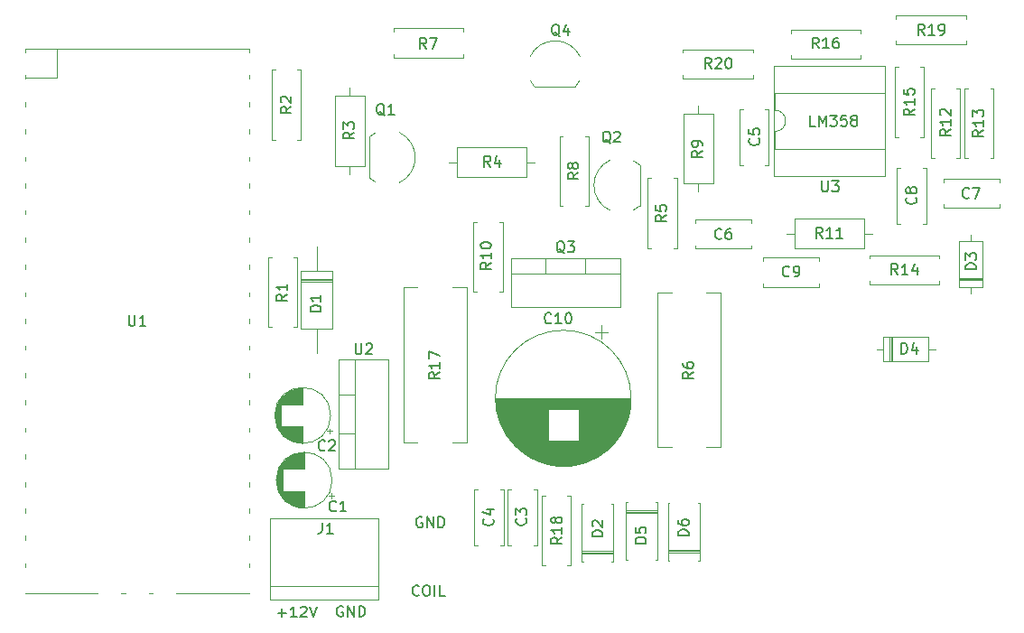
<source format=gbr>
%TF.GenerationSoftware,KiCad,Pcbnew,7.0.11+dfsg-1build4*%
%TF.CreationDate,2025-10-10T15:34:20-05:00*%
%TF.ProjectId,Synchronizer,53796e63-6872-46f6-9e69-7a65722e6b69,rev?*%
%TF.SameCoordinates,Original*%
%TF.FileFunction,Legend,Top*%
%TF.FilePolarity,Positive*%
%FSLAX46Y46*%
G04 Gerber Fmt 4.6, Leading zero omitted, Abs format (unit mm)*
G04 Created by KiCad (PCBNEW 7.0.11+dfsg-1build4) date 2025-10-10 15:34:20*
%MOMM*%
%LPD*%
G01*
G04 APERTURE LIST*
%ADD10C,0.150000*%
%ADD11C,0.120000*%
G04 APERTURE END LIST*
D10*
X169602969Y-34239819D02*
X169126779Y-34239819D01*
X169126779Y-34239819D02*
X169126779Y-33239819D01*
X169936303Y-34239819D02*
X169936303Y-33239819D01*
X169936303Y-33239819D02*
X170269636Y-33954104D01*
X170269636Y-33954104D02*
X170602969Y-33239819D01*
X170602969Y-33239819D02*
X170602969Y-34239819D01*
X170983922Y-33239819D02*
X171602969Y-33239819D01*
X171602969Y-33239819D02*
X171269636Y-33620771D01*
X171269636Y-33620771D02*
X171412493Y-33620771D01*
X171412493Y-33620771D02*
X171507731Y-33668390D01*
X171507731Y-33668390D02*
X171555350Y-33716009D01*
X171555350Y-33716009D02*
X171602969Y-33811247D01*
X171602969Y-33811247D02*
X171602969Y-34049342D01*
X171602969Y-34049342D02*
X171555350Y-34144580D01*
X171555350Y-34144580D02*
X171507731Y-34192200D01*
X171507731Y-34192200D02*
X171412493Y-34239819D01*
X171412493Y-34239819D02*
X171126779Y-34239819D01*
X171126779Y-34239819D02*
X171031541Y-34192200D01*
X171031541Y-34192200D02*
X170983922Y-34144580D01*
X172507731Y-33239819D02*
X172031541Y-33239819D01*
X172031541Y-33239819D02*
X171983922Y-33716009D01*
X171983922Y-33716009D02*
X172031541Y-33668390D01*
X172031541Y-33668390D02*
X172126779Y-33620771D01*
X172126779Y-33620771D02*
X172364874Y-33620771D01*
X172364874Y-33620771D02*
X172460112Y-33668390D01*
X172460112Y-33668390D02*
X172507731Y-33716009D01*
X172507731Y-33716009D02*
X172555350Y-33811247D01*
X172555350Y-33811247D02*
X172555350Y-34049342D01*
X172555350Y-34049342D02*
X172507731Y-34144580D01*
X172507731Y-34144580D02*
X172460112Y-34192200D01*
X172460112Y-34192200D02*
X172364874Y-34239819D01*
X172364874Y-34239819D02*
X172126779Y-34239819D01*
X172126779Y-34239819D02*
X172031541Y-34192200D01*
X172031541Y-34192200D02*
X171983922Y-34144580D01*
X173126779Y-33668390D02*
X173031541Y-33620771D01*
X173031541Y-33620771D02*
X172983922Y-33573152D01*
X172983922Y-33573152D02*
X172936303Y-33477914D01*
X172936303Y-33477914D02*
X172936303Y-33430295D01*
X172936303Y-33430295D02*
X172983922Y-33335057D01*
X172983922Y-33335057D02*
X173031541Y-33287438D01*
X173031541Y-33287438D02*
X173126779Y-33239819D01*
X173126779Y-33239819D02*
X173317255Y-33239819D01*
X173317255Y-33239819D02*
X173412493Y-33287438D01*
X173412493Y-33287438D02*
X173460112Y-33335057D01*
X173460112Y-33335057D02*
X173507731Y-33430295D01*
X173507731Y-33430295D02*
X173507731Y-33477914D01*
X173507731Y-33477914D02*
X173460112Y-33573152D01*
X173460112Y-33573152D02*
X173412493Y-33620771D01*
X173412493Y-33620771D02*
X173317255Y-33668390D01*
X173317255Y-33668390D02*
X173126779Y-33668390D01*
X173126779Y-33668390D02*
X173031541Y-33716009D01*
X173031541Y-33716009D02*
X172983922Y-33763628D01*
X172983922Y-33763628D02*
X172936303Y-33858866D01*
X172936303Y-33858866D02*
X172936303Y-34049342D01*
X172936303Y-34049342D02*
X172983922Y-34144580D01*
X172983922Y-34144580D02*
X173031541Y-34192200D01*
X173031541Y-34192200D02*
X173126779Y-34239819D01*
X173126779Y-34239819D02*
X173317255Y-34239819D01*
X173317255Y-34239819D02*
X173412493Y-34192200D01*
X173412493Y-34192200D02*
X173460112Y-34144580D01*
X173460112Y-34144580D02*
X173507731Y-34049342D01*
X173507731Y-34049342D02*
X173507731Y-33858866D01*
X173507731Y-33858866D02*
X173460112Y-33763628D01*
X173460112Y-33763628D02*
X173412493Y-33716009D01*
X173412493Y-33716009D02*
X173317255Y-33668390D01*
X132418207Y-78194580D02*
X132370588Y-78242200D01*
X132370588Y-78242200D02*
X132227731Y-78289819D01*
X132227731Y-78289819D02*
X132132493Y-78289819D01*
X132132493Y-78289819D02*
X131989636Y-78242200D01*
X131989636Y-78242200D02*
X131894398Y-78146961D01*
X131894398Y-78146961D02*
X131846779Y-78051723D01*
X131846779Y-78051723D02*
X131799160Y-77861247D01*
X131799160Y-77861247D02*
X131799160Y-77718390D01*
X131799160Y-77718390D02*
X131846779Y-77527914D01*
X131846779Y-77527914D02*
X131894398Y-77432676D01*
X131894398Y-77432676D02*
X131989636Y-77337438D01*
X131989636Y-77337438D02*
X132132493Y-77289819D01*
X132132493Y-77289819D02*
X132227731Y-77289819D01*
X132227731Y-77289819D02*
X132370588Y-77337438D01*
X132370588Y-77337438D02*
X132418207Y-77385057D01*
X133037255Y-77289819D02*
X133227731Y-77289819D01*
X133227731Y-77289819D02*
X133322969Y-77337438D01*
X133322969Y-77337438D02*
X133418207Y-77432676D01*
X133418207Y-77432676D02*
X133465826Y-77623152D01*
X133465826Y-77623152D02*
X133465826Y-77956485D01*
X133465826Y-77956485D02*
X133418207Y-78146961D01*
X133418207Y-78146961D02*
X133322969Y-78242200D01*
X133322969Y-78242200D02*
X133227731Y-78289819D01*
X133227731Y-78289819D02*
X133037255Y-78289819D01*
X133037255Y-78289819D02*
X132942017Y-78242200D01*
X132942017Y-78242200D02*
X132846779Y-78146961D01*
X132846779Y-78146961D02*
X132799160Y-77956485D01*
X132799160Y-77956485D02*
X132799160Y-77623152D01*
X132799160Y-77623152D02*
X132846779Y-77432676D01*
X132846779Y-77432676D02*
X132942017Y-77337438D01*
X132942017Y-77337438D02*
X133037255Y-77289819D01*
X133894398Y-78289819D02*
X133894398Y-77289819D01*
X134846778Y-78289819D02*
X134370588Y-78289819D01*
X134370588Y-78289819D02*
X134370588Y-77289819D01*
X132720588Y-70917438D02*
X132625350Y-70869819D01*
X132625350Y-70869819D02*
X132482493Y-70869819D01*
X132482493Y-70869819D02*
X132339636Y-70917438D01*
X132339636Y-70917438D02*
X132244398Y-71012676D01*
X132244398Y-71012676D02*
X132196779Y-71107914D01*
X132196779Y-71107914D02*
X132149160Y-71298390D01*
X132149160Y-71298390D02*
X132149160Y-71441247D01*
X132149160Y-71441247D02*
X132196779Y-71631723D01*
X132196779Y-71631723D02*
X132244398Y-71726961D01*
X132244398Y-71726961D02*
X132339636Y-71822200D01*
X132339636Y-71822200D02*
X132482493Y-71869819D01*
X132482493Y-71869819D02*
X132577731Y-71869819D01*
X132577731Y-71869819D02*
X132720588Y-71822200D01*
X132720588Y-71822200D02*
X132768207Y-71774580D01*
X132768207Y-71774580D02*
X132768207Y-71441247D01*
X132768207Y-71441247D02*
X132577731Y-71441247D01*
X133196779Y-71869819D02*
X133196779Y-70869819D01*
X133196779Y-70869819D02*
X133768207Y-71869819D01*
X133768207Y-71869819D02*
X133768207Y-70869819D01*
X134244398Y-71869819D02*
X134244398Y-70869819D01*
X134244398Y-70869819D02*
X134482493Y-70869819D01*
X134482493Y-70869819D02*
X134625350Y-70917438D01*
X134625350Y-70917438D02*
X134720588Y-71012676D01*
X134720588Y-71012676D02*
X134768207Y-71107914D01*
X134768207Y-71107914D02*
X134815826Y-71298390D01*
X134815826Y-71298390D02*
X134815826Y-71441247D01*
X134815826Y-71441247D02*
X134768207Y-71631723D01*
X134768207Y-71631723D02*
X134720588Y-71726961D01*
X134720588Y-71726961D02*
X134625350Y-71822200D01*
X134625350Y-71822200D02*
X134482493Y-71869819D01*
X134482493Y-71869819D02*
X134244398Y-71869819D01*
X125280588Y-79277438D02*
X125185350Y-79229819D01*
X125185350Y-79229819D02*
X125042493Y-79229819D01*
X125042493Y-79229819D02*
X124899636Y-79277438D01*
X124899636Y-79277438D02*
X124804398Y-79372676D01*
X124804398Y-79372676D02*
X124756779Y-79467914D01*
X124756779Y-79467914D02*
X124709160Y-79658390D01*
X124709160Y-79658390D02*
X124709160Y-79801247D01*
X124709160Y-79801247D02*
X124756779Y-79991723D01*
X124756779Y-79991723D02*
X124804398Y-80086961D01*
X124804398Y-80086961D02*
X124899636Y-80182200D01*
X124899636Y-80182200D02*
X125042493Y-80229819D01*
X125042493Y-80229819D02*
X125137731Y-80229819D01*
X125137731Y-80229819D02*
X125280588Y-80182200D01*
X125280588Y-80182200D02*
X125328207Y-80134580D01*
X125328207Y-80134580D02*
X125328207Y-79801247D01*
X125328207Y-79801247D02*
X125137731Y-79801247D01*
X125756779Y-80229819D02*
X125756779Y-79229819D01*
X125756779Y-79229819D02*
X126328207Y-80229819D01*
X126328207Y-80229819D02*
X126328207Y-79229819D01*
X126804398Y-80229819D02*
X126804398Y-79229819D01*
X126804398Y-79229819D02*
X127042493Y-79229819D01*
X127042493Y-79229819D02*
X127185350Y-79277438D01*
X127185350Y-79277438D02*
X127280588Y-79372676D01*
X127280588Y-79372676D02*
X127328207Y-79467914D01*
X127328207Y-79467914D02*
X127375826Y-79658390D01*
X127375826Y-79658390D02*
X127375826Y-79801247D01*
X127375826Y-79801247D02*
X127328207Y-79991723D01*
X127328207Y-79991723D02*
X127280588Y-80086961D01*
X127280588Y-80086961D02*
X127185350Y-80182200D01*
X127185350Y-80182200D02*
X127042493Y-80229819D01*
X127042493Y-80229819D02*
X126804398Y-80229819D01*
X119196779Y-79898866D02*
X119958684Y-79898866D01*
X119577731Y-80279819D02*
X119577731Y-79517914D01*
X120958683Y-80279819D02*
X120387255Y-80279819D01*
X120672969Y-80279819D02*
X120672969Y-79279819D01*
X120672969Y-79279819D02*
X120577731Y-79422676D01*
X120577731Y-79422676D02*
X120482493Y-79517914D01*
X120482493Y-79517914D02*
X120387255Y-79565533D01*
X121339636Y-79375057D02*
X121387255Y-79327438D01*
X121387255Y-79327438D02*
X121482493Y-79279819D01*
X121482493Y-79279819D02*
X121720588Y-79279819D01*
X121720588Y-79279819D02*
X121815826Y-79327438D01*
X121815826Y-79327438D02*
X121863445Y-79375057D01*
X121863445Y-79375057D02*
X121911064Y-79470295D01*
X121911064Y-79470295D02*
X121911064Y-79565533D01*
X121911064Y-79565533D02*
X121863445Y-79708390D01*
X121863445Y-79708390D02*
X121292017Y-80279819D01*
X121292017Y-80279819D02*
X121911064Y-80279819D01*
X122196779Y-79279819D02*
X122530112Y-80279819D01*
X122530112Y-80279819D02*
X122863445Y-79279819D01*
X159827142Y-28854819D02*
X159493809Y-28378628D01*
X159255714Y-28854819D02*
X159255714Y-27854819D01*
X159255714Y-27854819D02*
X159636666Y-27854819D01*
X159636666Y-27854819D02*
X159731904Y-27902438D01*
X159731904Y-27902438D02*
X159779523Y-27950057D01*
X159779523Y-27950057D02*
X159827142Y-28045295D01*
X159827142Y-28045295D02*
X159827142Y-28188152D01*
X159827142Y-28188152D02*
X159779523Y-28283390D01*
X159779523Y-28283390D02*
X159731904Y-28331009D01*
X159731904Y-28331009D02*
X159636666Y-28378628D01*
X159636666Y-28378628D02*
X159255714Y-28378628D01*
X160208095Y-27950057D02*
X160255714Y-27902438D01*
X160255714Y-27902438D02*
X160350952Y-27854819D01*
X160350952Y-27854819D02*
X160589047Y-27854819D01*
X160589047Y-27854819D02*
X160684285Y-27902438D01*
X160684285Y-27902438D02*
X160731904Y-27950057D01*
X160731904Y-27950057D02*
X160779523Y-28045295D01*
X160779523Y-28045295D02*
X160779523Y-28140533D01*
X160779523Y-28140533D02*
X160731904Y-28283390D01*
X160731904Y-28283390D02*
X160160476Y-28854819D01*
X160160476Y-28854819D02*
X160779523Y-28854819D01*
X161398571Y-27854819D02*
X161493809Y-27854819D01*
X161493809Y-27854819D02*
X161589047Y-27902438D01*
X161589047Y-27902438D02*
X161636666Y-27950057D01*
X161636666Y-27950057D02*
X161684285Y-28045295D01*
X161684285Y-28045295D02*
X161731904Y-28235771D01*
X161731904Y-28235771D02*
X161731904Y-28473866D01*
X161731904Y-28473866D02*
X161684285Y-28664342D01*
X161684285Y-28664342D02*
X161636666Y-28759580D01*
X161636666Y-28759580D02*
X161589047Y-28807200D01*
X161589047Y-28807200D02*
X161493809Y-28854819D01*
X161493809Y-28854819D02*
X161398571Y-28854819D01*
X161398571Y-28854819D02*
X161303333Y-28807200D01*
X161303333Y-28807200D02*
X161255714Y-28759580D01*
X161255714Y-28759580D02*
X161208095Y-28664342D01*
X161208095Y-28664342D02*
X161160476Y-28473866D01*
X161160476Y-28473866D02*
X161160476Y-28235771D01*
X161160476Y-28235771D02*
X161208095Y-28045295D01*
X161208095Y-28045295D02*
X161255714Y-27950057D01*
X161255714Y-27950057D02*
X161303333Y-27902438D01*
X161303333Y-27902438D02*
X161398571Y-27854819D01*
X179817142Y-25684819D02*
X179483809Y-25208628D01*
X179245714Y-25684819D02*
X179245714Y-24684819D01*
X179245714Y-24684819D02*
X179626666Y-24684819D01*
X179626666Y-24684819D02*
X179721904Y-24732438D01*
X179721904Y-24732438D02*
X179769523Y-24780057D01*
X179769523Y-24780057D02*
X179817142Y-24875295D01*
X179817142Y-24875295D02*
X179817142Y-25018152D01*
X179817142Y-25018152D02*
X179769523Y-25113390D01*
X179769523Y-25113390D02*
X179721904Y-25161009D01*
X179721904Y-25161009D02*
X179626666Y-25208628D01*
X179626666Y-25208628D02*
X179245714Y-25208628D01*
X180769523Y-25684819D02*
X180198095Y-25684819D01*
X180483809Y-25684819D02*
X180483809Y-24684819D01*
X180483809Y-24684819D02*
X180388571Y-24827676D01*
X180388571Y-24827676D02*
X180293333Y-24922914D01*
X180293333Y-24922914D02*
X180198095Y-24970533D01*
X181245714Y-25684819D02*
X181436190Y-25684819D01*
X181436190Y-25684819D02*
X181531428Y-25637200D01*
X181531428Y-25637200D02*
X181579047Y-25589580D01*
X181579047Y-25589580D02*
X181674285Y-25446723D01*
X181674285Y-25446723D02*
X181721904Y-25256247D01*
X181721904Y-25256247D02*
X181721904Y-24875295D01*
X181721904Y-24875295D02*
X181674285Y-24780057D01*
X181674285Y-24780057D02*
X181626666Y-24732438D01*
X181626666Y-24732438D02*
X181531428Y-24684819D01*
X181531428Y-24684819D02*
X181340952Y-24684819D01*
X181340952Y-24684819D02*
X181245714Y-24732438D01*
X181245714Y-24732438D02*
X181198095Y-24780057D01*
X181198095Y-24780057D02*
X181150476Y-24875295D01*
X181150476Y-24875295D02*
X181150476Y-25113390D01*
X181150476Y-25113390D02*
X181198095Y-25208628D01*
X181198095Y-25208628D02*
X181245714Y-25256247D01*
X181245714Y-25256247D02*
X181340952Y-25303866D01*
X181340952Y-25303866D02*
X181531428Y-25303866D01*
X181531428Y-25303866D02*
X181626666Y-25256247D01*
X181626666Y-25256247D02*
X181674285Y-25208628D01*
X181674285Y-25208628D02*
X181721904Y-25113390D01*
X170247142Y-44734819D02*
X169913809Y-44258628D01*
X169675714Y-44734819D02*
X169675714Y-43734819D01*
X169675714Y-43734819D02*
X170056666Y-43734819D01*
X170056666Y-43734819D02*
X170151904Y-43782438D01*
X170151904Y-43782438D02*
X170199523Y-43830057D01*
X170199523Y-43830057D02*
X170247142Y-43925295D01*
X170247142Y-43925295D02*
X170247142Y-44068152D01*
X170247142Y-44068152D02*
X170199523Y-44163390D01*
X170199523Y-44163390D02*
X170151904Y-44211009D01*
X170151904Y-44211009D02*
X170056666Y-44258628D01*
X170056666Y-44258628D02*
X169675714Y-44258628D01*
X171199523Y-44734819D02*
X170628095Y-44734819D01*
X170913809Y-44734819D02*
X170913809Y-43734819D01*
X170913809Y-43734819D02*
X170818571Y-43877676D01*
X170818571Y-43877676D02*
X170723333Y-43972914D01*
X170723333Y-43972914D02*
X170628095Y-44020533D01*
X172151904Y-44734819D02*
X171580476Y-44734819D01*
X171866190Y-44734819D02*
X171866190Y-43734819D01*
X171866190Y-43734819D02*
X171770952Y-43877676D01*
X171770952Y-43877676D02*
X171675714Y-43972914D01*
X171675714Y-43972914D02*
X171580476Y-44020533D01*
X126344819Y-34826666D02*
X125868628Y-35159999D01*
X126344819Y-35398094D02*
X125344819Y-35398094D01*
X125344819Y-35398094D02*
X125344819Y-35017142D01*
X125344819Y-35017142D02*
X125392438Y-34921904D01*
X125392438Y-34921904D02*
X125440057Y-34874285D01*
X125440057Y-34874285D02*
X125535295Y-34826666D01*
X125535295Y-34826666D02*
X125678152Y-34826666D01*
X125678152Y-34826666D02*
X125773390Y-34874285D01*
X125773390Y-34874285D02*
X125821009Y-34921904D01*
X125821009Y-34921904D02*
X125868628Y-35017142D01*
X125868628Y-35017142D02*
X125868628Y-35398094D01*
X125344819Y-34493332D02*
X125344819Y-33874285D01*
X125344819Y-33874285D02*
X125725771Y-34207618D01*
X125725771Y-34207618D02*
X125725771Y-34064761D01*
X125725771Y-34064761D02*
X125773390Y-33969523D01*
X125773390Y-33969523D02*
X125821009Y-33921904D01*
X125821009Y-33921904D02*
X125916247Y-33874285D01*
X125916247Y-33874285D02*
X126154342Y-33874285D01*
X126154342Y-33874285D02*
X126249580Y-33921904D01*
X126249580Y-33921904D02*
X126297200Y-33969523D01*
X126297200Y-33969523D02*
X126344819Y-34064761D01*
X126344819Y-34064761D02*
X126344819Y-34350475D01*
X126344819Y-34350475D02*
X126297200Y-34445713D01*
X126297200Y-34445713D02*
X126249580Y-34493332D01*
X159004819Y-36566666D02*
X158528628Y-36899999D01*
X159004819Y-37138094D02*
X158004819Y-37138094D01*
X158004819Y-37138094D02*
X158004819Y-36757142D01*
X158004819Y-36757142D02*
X158052438Y-36661904D01*
X158052438Y-36661904D02*
X158100057Y-36614285D01*
X158100057Y-36614285D02*
X158195295Y-36566666D01*
X158195295Y-36566666D02*
X158338152Y-36566666D01*
X158338152Y-36566666D02*
X158433390Y-36614285D01*
X158433390Y-36614285D02*
X158481009Y-36661904D01*
X158481009Y-36661904D02*
X158528628Y-36757142D01*
X158528628Y-36757142D02*
X158528628Y-37138094D01*
X159004819Y-36090475D02*
X159004819Y-35899999D01*
X159004819Y-35899999D02*
X158957200Y-35804761D01*
X158957200Y-35804761D02*
X158909580Y-35757142D01*
X158909580Y-35757142D02*
X158766723Y-35661904D01*
X158766723Y-35661904D02*
X158576247Y-35614285D01*
X158576247Y-35614285D02*
X158195295Y-35614285D01*
X158195295Y-35614285D02*
X158100057Y-35661904D01*
X158100057Y-35661904D02*
X158052438Y-35709523D01*
X158052438Y-35709523D02*
X158004819Y-35804761D01*
X158004819Y-35804761D02*
X158004819Y-35995237D01*
X158004819Y-35995237D02*
X158052438Y-36090475D01*
X158052438Y-36090475D02*
X158100057Y-36138094D01*
X158100057Y-36138094D02*
X158195295Y-36185713D01*
X158195295Y-36185713D02*
X158433390Y-36185713D01*
X158433390Y-36185713D02*
X158528628Y-36138094D01*
X158528628Y-36138094D02*
X158576247Y-36090475D01*
X158576247Y-36090475D02*
X158623866Y-35995237D01*
X158623866Y-35995237D02*
X158623866Y-35804761D01*
X158623866Y-35804761D02*
X158576247Y-35709523D01*
X158576247Y-35709523D02*
X158528628Y-35661904D01*
X158528628Y-35661904D02*
X158433390Y-35614285D01*
X139123333Y-38044819D02*
X138790000Y-37568628D01*
X138551905Y-38044819D02*
X138551905Y-37044819D01*
X138551905Y-37044819D02*
X138932857Y-37044819D01*
X138932857Y-37044819D02*
X139028095Y-37092438D01*
X139028095Y-37092438D02*
X139075714Y-37140057D01*
X139075714Y-37140057D02*
X139123333Y-37235295D01*
X139123333Y-37235295D02*
X139123333Y-37378152D01*
X139123333Y-37378152D02*
X139075714Y-37473390D01*
X139075714Y-37473390D02*
X139028095Y-37521009D01*
X139028095Y-37521009D02*
X138932857Y-37568628D01*
X138932857Y-37568628D02*
X138551905Y-37568628D01*
X139980476Y-37378152D02*
X139980476Y-38044819D01*
X139742381Y-36997200D02*
X139504286Y-37711485D01*
X139504286Y-37711485D02*
X140123333Y-37711485D01*
X134344819Y-57334857D02*
X133868628Y-57668190D01*
X134344819Y-57906285D02*
X133344819Y-57906285D01*
X133344819Y-57906285D02*
X133344819Y-57525333D01*
X133344819Y-57525333D02*
X133392438Y-57430095D01*
X133392438Y-57430095D02*
X133440057Y-57382476D01*
X133440057Y-57382476D02*
X133535295Y-57334857D01*
X133535295Y-57334857D02*
X133678152Y-57334857D01*
X133678152Y-57334857D02*
X133773390Y-57382476D01*
X133773390Y-57382476D02*
X133821009Y-57430095D01*
X133821009Y-57430095D02*
X133868628Y-57525333D01*
X133868628Y-57525333D02*
X133868628Y-57906285D01*
X134344819Y-56382476D02*
X134344819Y-56953904D01*
X134344819Y-56668190D02*
X133344819Y-56668190D01*
X133344819Y-56668190D02*
X133487676Y-56763428D01*
X133487676Y-56763428D02*
X133582914Y-56858666D01*
X133582914Y-56858666D02*
X133630533Y-56953904D01*
X133344819Y-56049142D02*
X133344819Y-55382476D01*
X133344819Y-55382476D02*
X134344819Y-55811047D01*
X170208095Y-39374819D02*
X170208095Y-40184342D01*
X170208095Y-40184342D02*
X170255714Y-40279580D01*
X170255714Y-40279580D02*
X170303333Y-40327200D01*
X170303333Y-40327200D02*
X170398571Y-40374819D01*
X170398571Y-40374819D02*
X170589047Y-40374819D01*
X170589047Y-40374819D02*
X170684285Y-40327200D01*
X170684285Y-40327200D02*
X170731904Y-40279580D01*
X170731904Y-40279580D02*
X170779523Y-40184342D01*
X170779523Y-40184342D02*
X170779523Y-39374819D01*
X171160476Y-39374819D02*
X171779523Y-39374819D01*
X171779523Y-39374819D02*
X171446190Y-39755771D01*
X171446190Y-39755771D02*
X171589047Y-39755771D01*
X171589047Y-39755771D02*
X171684285Y-39803390D01*
X171684285Y-39803390D02*
X171731904Y-39851009D01*
X171731904Y-39851009D02*
X171779523Y-39946247D01*
X171779523Y-39946247D02*
X171779523Y-40184342D01*
X171779523Y-40184342D02*
X171731904Y-40279580D01*
X171731904Y-40279580D02*
X171684285Y-40327200D01*
X171684285Y-40327200D02*
X171589047Y-40374819D01*
X171589047Y-40374819D02*
X171303333Y-40374819D01*
X171303333Y-40374819D02*
X171208095Y-40327200D01*
X171208095Y-40327200D02*
X171160476Y-40279580D01*
X123234819Y-51618094D02*
X122234819Y-51618094D01*
X122234819Y-51618094D02*
X122234819Y-51379999D01*
X122234819Y-51379999D02*
X122282438Y-51237142D01*
X122282438Y-51237142D02*
X122377676Y-51141904D01*
X122377676Y-51141904D02*
X122472914Y-51094285D01*
X122472914Y-51094285D02*
X122663390Y-51046666D01*
X122663390Y-51046666D02*
X122806247Y-51046666D01*
X122806247Y-51046666D02*
X122996723Y-51094285D01*
X122996723Y-51094285D02*
X123091961Y-51141904D01*
X123091961Y-51141904D02*
X123187200Y-51237142D01*
X123187200Y-51237142D02*
X123234819Y-51379999D01*
X123234819Y-51379999D02*
X123234819Y-51618094D01*
X123234819Y-50094285D02*
X123234819Y-50665713D01*
X123234819Y-50379999D02*
X122234819Y-50379999D01*
X122234819Y-50379999D02*
X122377676Y-50475237D01*
X122377676Y-50475237D02*
X122472914Y-50570475D01*
X122472914Y-50570475D02*
X122520533Y-50665713D01*
X123356666Y-71444819D02*
X123356666Y-72159104D01*
X123356666Y-72159104D02*
X123309047Y-72301961D01*
X123309047Y-72301961D02*
X123213809Y-72397200D01*
X123213809Y-72397200D02*
X123070952Y-72444819D01*
X123070952Y-72444819D02*
X122975714Y-72444819D01*
X124356666Y-72444819D02*
X123785238Y-72444819D01*
X124070952Y-72444819D02*
X124070952Y-71444819D01*
X124070952Y-71444819D02*
X123975714Y-71587676D01*
X123975714Y-71587676D02*
X123880476Y-71682914D01*
X123880476Y-71682914D02*
X123785238Y-71730533D01*
X145624761Y-25820057D02*
X145529523Y-25772438D01*
X145529523Y-25772438D02*
X145434285Y-25677200D01*
X145434285Y-25677200D02*
X145291428Y-25534342D01*
X145291428Y-25534342D02*
X145196190Y-25486723D01*
X145196190Y-25486723D02*
X145100952Y-25486723D01*
X145148571Y-25724819D02*
X145053333Y-25677200D01*
X145053333Y-25677200D02*
X144958095Y-25581961D01*
X144958095Y-25581961D02*
X144910476Y-25391485D01*
X144910476Y-25391485D02*
X144910476Y-25058152D01*
X144910476Y-25058152D02*
X144958095Y-24867676D01*
X144958095Y-24867676D02*
X145053333Y-24772438D01*
X145053333Y-24772438D02*
X145148571Y-24724819D01*
X145148571Y-24724819D02*
X145339047Y-24724819D01*
X145339047Y-24724819D02*
X145434285Y-24772438D01*
X145434285Y-24772438D02*
X145529523Y-24867676D01*
X145529523Y-24867676D02*
X145577142Y-25058152D01*
X145577142Y-25058152D02*
X145577142Y-25391485D01*
X145577142Y-25391485D02*
X145529523Y-25581961D01*
X145529523Y-25581961D02*
X145434285Y-25677200D01*
X145434285Y-25677200D02*
X145339047Y-25724819D01*
X145339047Y-25724819D02*
X145148571Y-25724819D01*
X146434285Y-25058152D02*
X146434285Y-25724819D01*
X146196190Y-24677200D02*
X145958095Y-25391485D01*
X145958095Y-25391485D02*
X146577142Y-25391485D01*
X150384761Y-35840057D02*
X150289523Y-35792438D01*
X150289523Y-35792438D02*
X150194285Y-35697200D01*
X150194285Y-35697200D02*
X150051428Y-35554342D01*
X150051428Y-35554342D02*
X149956190Y-35506723D01*
X149956190Y-35506723D02*
X149860952Y-35506723D01*
X149908571Y-35744819D02*
X149813333Y-35697200D01*
X149813333Y-35697200D02*
X149718095Y-35601961D01*
X149718095Y-35601961D02*
X149670476Y-35411485D01*
X149670476Y-35411485D02*
X149670476Y-35078152D01*
X149670476Y-35078152D02*
X149718095Y-34887676D01*
X149718095Y-34887676D02*
X149813333Y-34792438D01*
X149813333Y-34792438D02*
X149908571Y-34744819D01*
X149908571Y-34744819D02*
X150099047Y-34744819D01*
X150099047Y-34744819D02*
X150194285Y-34792438D01*
X150194285Y-34792438D02*
X150289523Y-34887676D01*
X150289523Y-34887676D02*
X150337142Y-35078152D01*
X150337142Y-35078152D02*
X150337142Y-35411485D01*
X150337142Y-35411485D02*
X150289523Y-35601961D01*
X150289523Y-35601961D02*
X150194285Y-35697200D01*
X150194285Y-35697200D02*
X150099047Y-35744819D01*
X150099047Y-35744819D02*
X149908571Y-35744819D01*
X150718095Y-34840057D02*
X150765714Y-34792438D01*
X150765714Y-34792438D02*
X150860952Y-34744819D01*
X150860952Y-34744819D02*
X151099047Y-34744819D01*
X151099047Y-34744819D02*
X151194285Y-34792438D01*
X151194285Y-34792438D02*
X151241904Y-34840057D01*
X151241904Y-34840057D02*
X151289523Y-34935295D01*
X151289523Y-34935295D02*
X151289523Y-35030533D01*
X151289523Y-35030533D02*
X151241904Y-35173390D01*
X151241904Y-35173390D02*
X150670476Y-35744819D01*
X150670476Y-35744819D02*
X151289523Y-35744819D01*
X129204761Y-33260057D02*
X129109523Y-33212438D01*
X129109523Y-33212438D02*
X129014285Y-33117200D01*
X129014285Y-33117200D02*
X128871428Y-32974342D01*
X128871428Y-32974342D02*
X128776190Y-32926723D01*
X128776190Y-32926723D02*
X128680952Y-32926723D01*
X128728571Y-33164819D02*
X128633333Y-33117200D01*
X128633333Y-33117200D02*
X128538095Y-33021961D01*
X128538095Y-33021961D02*
X128490476Y-32831485D01*
X128490476Y-32831485D02*
X128490476Y-32498152D01*
X128490476Y-32498152D02*
X128538095Y-32307676D01*
X128538095Y-32307676D02*
X128633333Y-32212438D01*
X128633333Y-32212438D02*
X128728571Y-32164819D01*
X128728571Y-32164819D02*
X128919047Y-32164819D01*
X128919047Y-32164819D02*
X129014285Y-32212438D01*
X129014285Y-32212438D02*
X129109523Y-32307676D01*
X129109523Y-32307676D02*
X129157142Y-32498152D01*
X129157142Y-32498152D02*
X129157142Y-32831485D01*
X129157142Y-32831485D02*
X129109523Y-33021961D01*
X129109523Y-33021961D02*
X129014285Y-33117200D01*
X129014285Y-33117200D02*
X128919047Y-33164819D01*
X128919047Y-33164819D02*
X128728571Y-33164819D01*
X130109523Y-33164819D02*
X129538095Y-33164819D01*
X129823809Y-33164819D02*
X129823809Y-32164819D01*
X129823809Y-32164819D02*
X129728571Y-32307676D01*
X129728571Y-32307676D02*
X129633333Y-32402914D01*
X129633333Y-32402914D02*
X129538095Y-32450533D01*
X145824819Y-72802857D02*
X145348628Y-73136190D01*
X145824819Y-73374285D02*
X144824819Y-73374285D01*
X144824819Y-73374285D02*
X144824819Y-72993333D01*
X144824819Y-72993333D02*
X144872438Y-72898095D01*
X144872438Y-72898095D02*
X144920057Y-72850476D01*
X144920057Y-72850476D02*
X145015295Y-72802857D01*
X145015295Y-72802857D02*
X145158152Y-72802857D01*
X145158152Y-72802857D02*
X145253390Y-72850476D01*
X145253390Y-72850476D02*
X145301009Y-72898095D01*
X145301009Y-72898095D02*
X145348628Y-72993333D01*
X145348628Y-72993333D02*
X145348628Y-73374285D01*
X145824819Y-71850476D02*
X145824819Y-72421904D01*
X145824819Y-72136190D02*
X144824819Y-72136190D01*
X144824819Y-72136190D02*
X144967676Y-72231428D01*
X144967676Y-72231428D02*
X145062914Y-72326666D01*
X145062914Y-72326666D02*
X145110533Y-72421904D01*
X145253390Y-71279047D02*
X145205771Y-71374285D01*
X145205771Y-71374285D02*
X145158152Y-71421904D01*
X145158152Y-71421904D02*
X145062914Y-71469523D01*
X145062914Y-71469523D02*
X145015295Y-71469523D01*
X145015295Y-71469523D02*
X144920057Y-71421904D01*
X144920057Y-71421904D02*
X144872438Y-71374285D01*
X144872438Y-71374285D02*
X144824819Y-71279047D01*
X144824819Y-71279047D02*
X144824819Y-71088571D01*
X144824819Y-71088571D02*
X144872438Y-70993333D01*
X144872438Y-70993333D02*
X144920057Y-70945714D01*
X144920057Y-70945714D02*
X145015295Y-70898095D01*
X145015295Y-70898095D02*
X145062914Y-70898095D01*
X145062914Y-70898095D02*
X145158152Y-70945714D01*
X145158152Y-70945714D02*
X145205771Y-70993333D01*
X145205771Y-70993333D02*
X145253390Y-71088571D01*
X145253390Y-71088571D02*
X145253390Y-71279047D01*
X145253390Y-71279047D02*
X145301009Y-71374285D01*
X145301009Y-71374285D02*
X145348628Y-71421904D01*
X145348628Y-71421904D02*
X145443866Y-71469523D01*
X145443866Y-71469523D02*
X145634342Y-71469523D01*
X145634342Y-71469523D02*
X145729580Y-71421904D01*
X145729580Y-71421904D02*
X145777200Y-71374285D01*
X145777200Y-71374285D02*
X145824819Y-71279047D01*
X145824819Y-71279047D02*
X145824819Y-71088571D01*
X145824819Y-71088571D02*
X145777200Y-70993333D01*
X145777200Y-70993333D02*
X145729580Y-70945714D01*
X145729580Y-70945714D02*
X145634342Y-70898095D01*
X145634342Y-70898095D02*
X145443866Y-70898095D01*
X145443866Y-70898095D02*
X145348628Y-70945714D01*
X145348628Y-70945714D02*
X145301009Y-70993333D01*
X145301009Y-70993333D02*
X145253390Y-71088571D01*
X157704819Y-72638094D02*
X156704819Y-72638094D01*
X156704819Y-72638094D02*
X156704819Y-72399999D01*
X156704819Y-72399999D02*
X156752438Y-72257142D01*
X156752438Y-72257142D02*
X156847676Y-72161904D01*
X156847676Y-72161904D02*
X156942914Y-72114285D01*
X156942914Y-72114285D02*
X157133390Y-72066666D01*
X157133390Y-72066666D02*
X157276247Y-72066666D01*
X157276247Y-72066666D02*
X157466723Y-72114285D01*
X157466723Y-72114285D02*
X157561961Y-72161904D01*
X157561961Y-72161904D02*
X157657200Y-72257142D01*
X157657200Y-72257142D02*
X157704819Y-72399999D01*
X157704819Y-72399999D02*
X157704819Y-72638094D01*
X156704819Y-71209523D02*
X156704819Y-71399999D01*
X156704819Y-71399999D02*
X156752438Y-71495237D01*
X156752438Y-71495237D02*
X156800057Y-71542856D01*
X156800057Y-71542856D02*
X156942914Y-71638094D01*
X156942914Y-71638094D02*
X157133390Y-71685713D01*
X157133390Y-71685713D02*
X157514342Y-71685713D01*
X157514342Y-71685713D02*
X157609580Y-71638094D01*
X157609580Y-71638094D02*
X157657200Y-71590475D01*
X157657200Y-71590475D02*
X157704819Y-71495237D01*
X157704819Y-71495237D02*
X157704819Y-71304761D01*
X157704819Y-71304761D02*
X157657200Y-71209523D01*
X157657200Y-71209523D02*
X157609580Y-71161904D01*
X157609580Y-71161904D02*
X157514342Y-71114285D01*
X157514342Y-71114285D02*
X157276247Y-71114285D01*
X157276247Y-71114285D02*
X157181009Y-71161904D01*
X157181009Y-71161904D02*
X157133390Y-71209523D01*
X157133390Y-71209523D02*
X157085771Y-71304761D01*
X157085771Y-71304761D02*
X157085771Y-71495237D01*
X157085771Y-71495237D02*
X157133390Y-71590475D01*
X157133390Y-71590475D02*
X157181009Y-71638094D01*
X157181009Y-71638094D02*
X157276247Y-71685713D01*
X153714819Y-73358094D02*
X152714819Y-73358094D01*
X152714819Y-73358094D02*
X152714819Y-73119999D01*
X152714819Y-73119999D02*
X152762438Y-72977142D01*
X152762438Y-72977142D02*
X152857676Y-72881904D01*
X152857676Y-72881904D02*
X152952914Y-72834285D01*
X152952914Y-72834285D02*
X153143390Y-72786666D01*
X153143390Y-72786666D02*
X153286247Y-72786666D01*
X153286247Y-72786666D02*
X153476723Y-72834285D01*
X153476723Y-72834285D02*
X153571961Y-72881904D01*
X153571961Y-72881904D02*
X153667200Y-72977142D01*
X153667200Y-72977142D02*
X153714819Y-73119999D01*
X153714819Y-73119999D02*
X153714819Y-73358094D01*
X152714819Y-71881904D02*
X152714819Y-72358094D01*
X152714819Y-72358094D02*
X153191009Y-72405713D01*
X153191009Y-72405713D02*
X153143390Y-72358094D01*
X153143390Y-72358094D02*
X153095771Y-72262856D01*
X153095771Y-72262856D02*
X153095771Y-72024761D01*
X153095771Y-72024761D02*
X153143390Y-71929523D01*
X153143390Y-71929523D02*
X153191009Y-71881904D01*
X153191009Y-71881904D02*
X153286247Y-71834285D01*
X153286247Y-71834285D02*
X153524342Y-71834285D01*
X153524342Y-71834285D02*
X153619580Y-71881904D01*
X153619580Y-71881904D02*
X153667200Y-71929523D01*
X153667200Y-71929523D02*
X153714819Y-72024761D01*
X153714819Y-72024761D02*
X153714819Y-72262856D01*
X153714819Y-72262856D02*
X153667200Y-72358094D01*
X153667200Y-72358094D02*
X153619580Y-72405713D01*
X178989580Y-40926666D02*
X179037200Y-40974285D01*
X179037200Y-40974285D02*
X179084819Y-41117142D01*
X179084819Y-41117142D02*
X179084819Y-41212380D01*
X179084819Y-41212380D02*
X179037200Y-41355237D01*
X179037200Y-41355237D02*
X178941961Y-41450475D01*
X178941961Y-41450475D02*
X178846723Y-41498094D01*
X178846723Y-41498094D02*
X178656247Y-41545713D01*
X178656247Y-41545713D02*
X178513390Y-41545713D01*
X178513390Y-41545713D02*
X178322914Y-41498094D01*
X178322914Y-41498094D02*
X178227676Y-41450475D01*
X178227676Y-41450475D02*
X178132438Y-41355237D01*
X178132438Y-41355237D02*
X178084819Y-41212380D01*
X178084819Y-41212380D02*
X178084819Y-41117142D01*
X178084819Y-41117142D02*
X178132438Y-40974285D01*
X178132438Y-40974285D02*
X178180057Y-40926666D01*
X178513390Y-40355237D02*
X178465771Y-40450475D01*
X178465771Y-40450475D02*
X178418152Y-40498094D01*
X178418152Y-40498094D02*
X178322914Y-40545713D01*
X178322914Y-40545713D02*
X178275295Y-40545713D01*
X178275295Y-40545713D02*
X178180057Y-40498094D01*
X178180057Y-40498094D02*
X178132438Y-40450475D01*
X178132438Y-40450475D02*
X178084819Y-40355237D01*
X178084819Y-40355237D02*
X178084819Y-40164761D01*
X178084819Y-40164761D02*
X178132438Y-40069523D01*
X178132438Y-40069523D02*
X178180057Y-40021904D01*
X178180057Y-40021904D02*
X178275295Y-39974285D01*
X178275295Y-39974285D02*
X178322914Y-39974285D01*
X178322914Y-39974285D02*
X178418152Y-40021904D01*
X178418152Y-40021904D02*
X178465771Y-40069523D01*
X178465771Y-40069523D02*
X178513390Y-40164761D01*
X178513390Y-40164761D02*
X178513390Y-40355237D01*
X178513390Y-40355237D02*
X178561009Y-40450475D01*
X178561009Y-40450475D02*
X178608628Y-40498094D01*
X178608628Y-40498094D02*
X178703866Y-40545713D01*
X178703866Y-40545713D02*
X178894342Y-40545713D01*
X178894342Y-40545713D02*
X178989580Y-40498094D01*
X178989580Y-40498094D02*
X179037200Y-40450475D01*
X179037200Y-40450475D02*
X179084819Y-40355237D01*
X179084819Y-40355237D02*
X179084819Y-40164761D01*
X179084819Y-40164761D02*
X179037200Y-40069523D01*
X179037200Y-40069523D02*
X178989580Y-40021904D01*
X178989580Y-40021904D02*
X178894342Y-39974285D01*
X178894342Y-39974285D02*
X178703866Y-39974285D01*
X178703866Y-39974285D02*
X178608628Y-40021904D01*
X178608628Y-40021904D02*
X178561009Y-40069523D01*
X178561009Y-40069523D02*
X178513390Y-40164761D01*
X120064819Y-50016666D02*
X119588628Y-50349999D01*
X120064819Y-50588094D02*
X119064819Y-50588094D01*
X119064819Y-50588094D02*
X119064819Y-50207142D01*
X119064819Y-50207142D02*
X119112438Y-50111904D01*
X119112438Y-50111904D02*
X119160057Y-50064285D01*
X119160057Y-50064285D02*
X119255295Y-50016666D01*
X119255295Y-50016666D02*
X119398152Y-50016666D01*
X119398152Y-50016666D02*
X119493390Y-50064285D01*
X119493390Y-50064285D02*
X119541009Y-50111904D01*
X119541009Y-50111904D02*
X119588628Y-50207142D01*
X119588628Y-50207142D02*
X119588628Y-50588094D01*
X120064819Y-49064285D02*
X120064819Y-49635713D01*
X120064819Y-49349999D02*
X119064819Y-49349999D01*
X119064819Y-49349999D02*
X119207676Y-49445237D01*
X119207676Y-49445237D02*
X119302914Y-49540475D01*
X119302914Y-49540475D02*
X119350533Y-49635713D01*
X144827142Y-52649580D02*
X144779523Y-52697200D01*
X144779523Y-52697200D02*
X144636666Y-52744819D01*
X144636666Y-52744819D02*
X144541428Y-52744819D01*
X144541428Y-52744819D02*
X144398571Y-52697200D01*
X144398571Y-52697200D02*
X144303333Y-52601961D01*
X144303333Y-52601961D02*
X144255714Y-52506723D01*
X144255714Y-52506723D02*
X144208095Y-52316247D01*
X144208095Y-52316247D02*
X144208095Y-52173390D01*
X144208095Y-52173390D02*
X144255714Y-51982914D01*
X144255714Y-51982914D02*
X144303333Y-51887676D01*
X144303333Y-51887676D02*
X144398571Y-51792438D01*
X144398571Y-51792438D02*
X144541428Y-51744819D01*
X144541428Y-51744819D02*
X144636666Y-51744819D01*
X144636666Y-51744819D02*
X144779523Y-51792438D01*
X144779523Y-51792438D02*
X144827142Y-51840057D01*
X145779523Y-52744819D02*
X145208095Y-52744819D01*
X145493809Y-52744819D02*
X145493809Y-51744819D01*
X145493809Y-51744819D02*
X145398571Y-51887676D01*
X145398571Y-51887676D02*
X145303333Y-51982914D01*
X145303333Y-51982914D02*
X145208095Y-52030533D01*
X146398571Y-51744819D02*
X146493809Y-51744819D01*
X146493809Y-51744819D02*
X146589047Y-51792438D01*
X146589047Y-51792438D02*
X146636666Y-51840057D01*
X146636666Y-51840057D02*
X146684285Y-51935295D01*
X146684285Y-51935295D02*
X146731904Y-52125771D01*
X146731904Y-52125771D02*
X146731904Y-52363866D01*
X146731904Y-52363866D02*
X146684285Y-52554342D01*
X146684285Y-52554342D02*
X146636666Y-52649580D01*
X146636666Y-52649580D02*
X146589047Y-52697200D01*
X146589047Y-52697200D02*
X146493809Y-52744819D01*
X146493809Y-52744819D02*
X146398571Y-52744819D01*
X146398571Y-52744819D02*
X146303333Y-52697200D01*
X146303333Y-52697200D02*
X146255714Y-52649580D01*
X146255714Y-52649580D02*
X146208095Y-52554342D01*
X146208095Y-52554342D02*
X146160476Y-52363866D01*
X146160476Y-52363866D02*
X146160476Y-52125771D01*
X146160476Y-52125771D02*
X146208095Y-51935295D01*
X146208095Y-51935295D02*
X146255714Y-51840057D01*
X146255714Y-51840057D02*
X146303333Y-51792438D01*
X146303333Y-51792438D02*
X146398571Y-51744819D01*
X184674819Y-47666094D02*
X183674819Y-47666094D01*
X183674819Y-47666094D02*
X183674819Y-47427999D01*
X183674819Y-47427999D02*
X183722438Y-47285142D01*
X183722438Y-47285142D02*
X183817676Y-47189904D01*
X183817676Y-47189904D02*
X183912914Y-47142285D01*
X183912914Y-47142285D02*
X184103390Y-47094666D01*
X184103390Y-47094666D02*
X184246247Y-47094666D01*
X184246247Y-47094666D02*
X184436723Y-47142285D01*
X184436723Y-47142285D02*
X184531961Y-47189904D01*
X184531961Y-47189904D02*
X184627200Y-47285142D01*
X184627200Y-47285142D02*
X184674819Y-47427999D01*
X184674819Y-47427999D02*
X184674819Y-47666094D01*
X183674819Y-46761332D02*
X183674819Y-46142285D01*
X183674819Y-46142285D02*
X184055771Y-46475618D01*
X184055771Y-46475618D02*
X184055771Y-46332761D01*
X184055771Y-46332761D02*
X184103390Y-46237523D01*
X184103390Y-46237523D02*
X184151009Y-46189904D01*
X184151009Y-46189904D02*
X184246247Y-46142285D01*
X184246247Y-46142285D02*
X184484342Y-46142285D01*
X184484342Y-46142285D02*
X184579580Y-46189904D01*
X184579580Y-46189904D02*
X184627200Y-46237523D01*
X184627200Y-46237523D02*
X184674819Y-46332761D01*
X184674819Y-46332761D02*
X184674819Y-46618475D01*
X184674819Y-46618475D02*
X184627200Y-46713713D01*
X184627200Y-46713713D02*
X184579580Y-46761332D01*
X155614819Y-42576666D02*
X155138628Y-42909999D01*
X155614819Y-43148094D02*
X154614819Y-43148094D01*
X154614819Y-43148094D02*
X154614819Y-42767142D01*
X154614819Y-42767142D02*
X154662438Y-42671904D01*
X154662438Y-42671904D02*
X154710057Y-42624285D01*
X154710057Y-42624285D02*
X154805295Y-42576666D01*
X154805295Y-42576666D02*
X154948152Y-42576666D01*
X154948152Y-42576666D02*
X155043390Y-42624285D01*
X155043390Y-42624285D02*
X155091009Y-42671904D01*
X155091009Y-42671904D02*
X155138628Y-42767142D01*
X155138628Y-42767142D02*
X155138628Y-43148094D01*
X154614819Y-41671904D02*
X154614819Y-42148094D01*
X154614819Y-42148094D02*
X155091009Y-42195713D01*
X155091009Y-42195713D02*
X155043390Y-42148094D01*
X155043390Y-42148094D02*
X154995771Y-42052856D01*
X154995771Y-42052856D02*
X154995771Y-41814761D01*
X154995771Y-41814761D02*
X155043390Y-41719523D01*
X155043390Y-41719523D02*
X155091009Y-41671904D01*
X155091009Y-41671904D02*
X155186247Y-41624285D01*
X155186247Y-41624285D02*
X155424342Y-41624285D01*
X155424342Y-41624285D02*
X155519580Y-41671904D01*
X155519580Y-41671904D02*
X155567200Y-41719523D01*
X155567200Y-41719523D02*
X155614819Y-41814761D01*
X155614819Y-41814761D02*
X155614819Y-42052856D01*
X155614819Y-42052856D02*
X155567200Y-42148094D01*
X155567200Y-42148094D02*
X155519580Y-42195713D01*
X105228095Y-51974819D02*
X105228095Y-52784342D01*
X105228095Y-52784342D02*
X105275714Y-52879580D01*
X105275714Y-52879580D02*
X105323333Y-52927200D01*
X105323333Y-52927200D02*
X105418571Y-52974819D01*
X105418571Y-52974819D02*
X105609047Y-52974819D01*
X105609047Y-52974819D02*
X105704285Y-52927200D01*
X105704285Y-52927200D02*
X105751904Y-52879580D01*
X105751904Y-52879580D02*
X105799523Y-52784342D01*
X105799523Y-52784342D02*
X105799523Y-51974819D01*
X106799523Y-52974819D02*
X106228095Y-52974819D01*
X106513809Y-52974819D02*
X106513809Y-51974819D01*
X106513809Y-51974819D02*
X106418571Y-52117676D01*
X106418571Y-52117676D02*
X106323333Y-52212914D01*
X106323333Y-52212914D02*
X106228095Y-52260533D01*
X169907142Y-26944819D02*
X169573809Y-26468628D01*
X169335714Y-26944819D02*
X169335714Y-25944819D01*
X169335714Y-25944819D02*
X169716666Y-25944819D01*
X169716666Y-25944819D02*
X169811904Y-25992438D01*
X169811904Y-25992438D02*
X169859523Y-26040057D01*
X169859523Y-26040057D02*
X169907142Y-26135295D01*
X169907142Y-26135295D02*
X169907142Y-26278152D01*
X169907142Y-26278152D02*
X169859523Y-26373390D01*
X169859523Y-26373390D02*
X169811904Y-26421009D01*
X169811904Y-26421009D02*
X169716666Y-26468628D01*
X169716666Y-26468628D02*
X169335714Y-26468628D01*
X170859523Y-26944819D02*
X170288095Y-26944819D01*
X170573809Y-26944819D02*
X170573809Y-25944819D01*
X170573809Y-25944819D02*
X170478571Y-26087676D01*
X170478571Y-26087676D02*
X170383333Y-26182914D01*
X170383333Y-26182914D02*
X170288095Y-26230533D01*
X171716666Y-25944819D02*
X171526190Y-25944819D01*
X171526190Y-25944819D02*
X171430952Y-25992438D01*
X171430952Y-25992438D02*
X171383333Y-26040057D01*
X171383333Y-26040057D02*
X171288095Y-26182914D01*
X171288095Y-26182914D02*
X171240476Y-26373390D01*
X171240476Y-26373390D02*
X171240476Y-26754342D01*
X171240476Y-26754342D02*
X171288095Y-26849580D01*
X171288095Y-26849580D02*
X171335714Y-26897200D01*
X171335714Y-26897200D02*
X171430952Y-26944819D01*
X171430952Y-26944819D02*
X171621428Y-26944819D01*
X171621428Y-26944819D02*
X171716666Y-26897200D01*
X171716666Y-26897200D02*
X171764285Y-26849580D01*
X171764285Y-26849580D02*
X171811904Y-26754342D01*
X171811904Y-26754342D02*
X171811904Y-26516247D01*
X171811904Y-26516247D02*
X171764285Y-26421009D01*
X171764285Y-26421009D02*
X171716666Y-26373390D01*
X171716666Y-26373390D02*
X171621428Y-26325771D01*
X171621428Y-26325771D02*
X171430952Y-26325771D01*
X171430952Y-26325771D02*
X171335714Y-26373390D01*
X171335714Y-26373390D02*
X171288095Y-26421009D01*
X171288095Y-26421009D02*
X171240476Y-26516247D01*
X139329580Y-71066666D02*
X139377200Y-71114285D01*
X139377200Y-71114285D02*
X139424819Y-71257142D01*
X139424819Y-71257142D02*
X139424819Y-71352380D01*
X139424819Y-71352380D02*
X139377200Y-71495237D01*
X139377200Y-71495237D02*
X139281961Y-71590475D01*
X139281961Y-71590475D02*
X139186723Y-71638094D01*
X139186723Y-71638094D02*
X138996247Y-71685713D01*
X138996247Y-71685713D02*
X138853390Y-71685713D01*
X138853390Y-71685713D02*
X138662914Y-71638094D01*
X138662914Y-71638094D02*
X138567676Y-71590475D01*
X138567676Y-71590475D02*
X138472438Y-71495237D01*
X138472438Y-71495237D02*
X138424819Y-71352380D01*
X138424819Y-71352380D02*
X138424819Y-71257142D01*
X138424819Y-71257142D02*
X138472438Y-71114285D01*
X138472438Y-71114285D02*
X138520057Y-71066666D01*
X138758152Y-70209523D02*
X139424819Y-70209523D01*
X138377200Y-70447618D02*
X139091485Y-70685713D01*
X139091485Y-70685713D02*
X139091485Y-70066666D01*
X149644819Y-72726094D02*
X148644819Y-72726094D01*
X148644819Y-72726094D02*
X148644819Y-72487999D01*
X148644819Y-72487999D02*
X148692438Y-72345142D01*
X148692438Y-72345142D02*
X148787676Y-72249904D01*
X148787676Y-72249904D02*
X148882914Y-72202285D01*
X148882914Y-72202285D02*
X149073390Y-72154666D01*
X149073390Y-72154666D02*
X149216247Y-72154666D01*
X149216247Y-72154666D02*
X149406723Y-72202285D01*
X149406723Y-72202285D02*
X149501961Y-72249904D01*
X149501961Y-72249904D02*
X149597200Y-72345142D01*
X149597200Y-72345142D02*
X149644819Y-72487999D01*
X149644819Y-72487999D02*
X149644819Y-72726094D01*
X148740057Y-71773713D02*
X148692438Y-71726094D01*
X148692438Y-71726094D02*
X148644819Y-71630856D01*
X148644819Y-71630856D02*
X148644819Y-71392761D01*
X148644819Y-71392761D02*
X148692438Y-71297523D01*
X148692438Y-71297523D02*
X148740057Y-71249904D01*
X148740057Y-71249904D02*
X148835295Y-71202285D01*
X148835295Y-71202285D02*
X148930533Y-71202285D01*
X148930533Y-71202285D02*
X149073390Y-71249904D01*
X149073390Y-71249904D02*
X149644819Y-71821332D01*
X149644819Y-71821332D02*
X149644819Y-71202285D01*
X185354819Y-34612857D02*
X184878628Y-34946190D01*
X185354819Y-35184285D02*
X184354819Y-35184285D01*
X184354819Y-35184285D02*
X184354819Y-34803333D01*
X184354819Y-34803333D02*
X184402438Y-34708095D01*
X184402438Y-34708095D02*
X184450057Y-34660476D01*
X184450057Y-34660476D02*
X184545295Y-34612857D01*
X184545295Y-34612857D02*
X184688152Y-34612857D01*
X184688152Y-34612857D02*
X184783390Y-34660476D01*
X184783390Y-34660476D02*
X184831009Y-34708095D01*
X184831009Y-34708095D02*
X184878628Y-34803333D01*
X184878628Y-34803333D02*
X184878628Y-35184285D01*
X185354819Y-33660476D02*
X185354819Y-34231904D01*
X185354819Y-33946190D02*
X184354819Y-33946190D01*
X184354819Y-33946190D02*
X184497676Y-34041428D01*
X184497676Y-34041428D02*
X184592914Y-34136666D01*
X184592914Y-34136666D02*
X184640533Y-34231904D01*
X184354819Y-33327142D02*
X184354819Y-32708095D01*
X184354819Y-32708095D02*
X184735771Y-33041428D01*
X184735771Y-33041428D02*
X184735771Y-32898571D01*
X184735771Y-32898571D02*
X184783390Y-32803333D01*
X184783390Y-32803333D02*
X184831009Y-32755714D01*
X184831009Y-32755714D02*
X184926247Y-32708095D01*
X184926247Y-32708095D02*
X185164342Y-32708095D01*
X185164342Y-32708095D02*
X185259580Y-32755714D01*
X185259580Y-32755714D02*
X185307200Y-32803333D01*
X185307200Y-32803333D02*
X185354819Y-32898571D01*
X185354819Y-32898571D02*
X185354819Y-33184285D01*
X185354819Y-33184285D02*
X185307200Y-33279523D01*
X185307200Y-33279523D02*
X185259580Y-33327142D01*
X178874819Y-32640857D02*
X178398628Y-32974190D01*
X178874819Y-33212285D02*
X177874819Y-33212285D01*
X177874819Y-33212285D02*
X177874819Y-32831333D01*
X177874819Y-32831333D02*
X177922438Y-32736095D01*
X177922438Y-32736095D02*
X177970057Y-32688476D01*
X177970057Y-32688476D02*
X178065295Y-32640857D01*
X178065295Y-32640857D02*
X178208152Y-32640857D01*
X178208152Y-32640857D02*
X178303390Y-32688476D01*
X178303390Y-32688476D02*
X178351009Y-32736095D01*
X178351009Y-32736095D02*
X178398628Y-32831333D01*
X178398628Y-32831333D02*
X178398628Y-33212285D01*
X178874819Y-31688476D02*
X178874819Y-32259904D01*
X178874819Y-31974190D02*
X177874819Y-31974190D01*
X177874819Y-31974190D02*
X178017676Y-32069428D01*
X178017676Y-32069428D02*
X178112914Y-32164666D01*
X178112914Y-32164666D02*
X178160533Y-32259904D01*
X177874819Y-30783714D02*
X177874819Y-31259904D01*
X177874819Y-31259904D02*
X178351009Y-31307523D01*
X178351009Y-31307523D02*
X178303390Y-31259904D01*
X178303390Y-31259904D02*
X178255771Y-31164666D01*
X178255771Y-31164666D02*
X178255771Y-30926571D01*
X178255771Y-30926571D02*
X178303390Y-30831333D01*
X178303390Y-30831333D02*
X178351009Y-30783714D01*
X178351009Y-30783714D02*
X178446247Y-30736095D01*
X178446247Y-30736095D02*
X178684342Y-30736095D01*
X178684342Y-30736095D02*
X178779580Y-30783714D01*
X178779580Y-30783714D02*
X178827200Y-30831333D01*
X178827200Y-30831333D02*
X178874819Y-30926571D01*
X178874819Y-30926571D02*
X178874819Y-31164666D01*
X178874819Y-31164666D02*
X178827200Y-31259904D01*
X178827200Y-31259904D02*
X178779580Y-31307523D01*
X182254819Y-34532857D02*
X181778628Y-34866190D01*
X182254819Y-35104285D02*
X181254819Y-35104285D01*
X181254819Y-35104285D02*
X181254819Y-34723333D01*
X181254819Y-34723333D02*
X181302438Y-34628095D01*
X181302438Y-34628095D02*
X181350057Y-34580476D01*
X181350057Y-34580476D02*
X181445295Y-34532857D01*
X181445295Y-34532857D02*
X181588152Y-34532857D01*
X181588152Y-34532857D02*
X181683390Y-34580476D01*
X181683390Y-34580476D02*
X181731009Y-34628095D01*
X181731009Y-34628095D02*
X181778628Y-34723333D01*
X181778628Y-34723333D02*
X181778628Y-35104285D01*
X182254819Y-33580476D02*
X182254819Y-34151904D01*
X182254819Y-33866190D02*
X181254819Y-33866190D01*
X181254819Y-33866190D02*
X181397676Y-33961428D01*
X181397676Y-33961428D02*
X181492914Y-34056666D01*
X181492914Y-34056666D02*
X181540533Y-34151904D01*
X181350057Y-33199523D02*
X181302438Y-33151904D01*
X181302438Y-33151904D02*
X181254819Y-33056666D01*
X181254819Y-33056666D02*
X181254819Y-32818571D01*
X181254819Y-32818571D02*
X181302438Y-32723333D01*
X181302438Y-32723333D02*
X181350057Y-32675714D01*
X181350057Y-32675714D02*
X181445295Y-32628095D01*
X181445295Y-32628095D02*
X181540533Y-32628095D01*
X181540533Y-32628095D02*
X181683390Y-32675714D01*
X181683390Y-32675714D02*
X182254819Y-33247142D01*
X182254819Y-33247142D02*
X182254819Y-32628095D01*
X133123333Y-26984819D02*
X132790000Y-26508628D01*
X132551905Y-26984819D02*
X132551905Y-25984819D01*
X132551905Y-25984819D02*
X132932857Y-25984819D01*
X132932857Y-25984819D02*
X133028095Y-26032438D01*
X133028095Y-26032438D02*
X133075714Y-26080057D01*
X133075714Y-26080057D02*
X133123333Y-26175295D01*
X133123333Y-26175295D02*
X133123333Y-26318152D01*
X133123333Y-26318152D02*
X133075714Y-26413390D01*
X133075714Y-26413390D02*
X133028095Y-26461009D01*
X133028095Y-26461009D02*
X132932857Y-26508628D01*
X132932857Y-26508628D02*
X132551905Y-26508628D01*
X133456667Y-25984819D02*
X134123333Y-25984819D01*
X134123333Y-25984819D02*
X133694762Y-26984819D01*
X167145333Y-48259580D02*
X167097714Y-48307200D01*
X167097714Y-48307200D02*
X166954857Y-48354819D01*
X166954857Y-48354819D02*
X166859619Y-48354819D01*
X166859619Y-48354819D02*
X166716762Y-48307200D01*
X166716762Y-48307200D02*
X166621524Y-48211961D01*
X166621524Y-48211961D02*
X166573905Y-48116723D01*
X166573905Y-48116723D02*
X166526286Y-47926247D01*
X166526286Y-47926247D02*
X166526286Y-47783390D01*
X166526286Y-47783390D02*
X166573905Y-47592914D01*
X166573905Y-47592914D02*
X166621524Y-47497676D01*
X166621524Y-47497676D02*
X166716762Y-47402438D01*
X166716762Y-47402438D02*
X166859619Y-47354819D01*
X166859619Y-47354819D02*
X166954857Y-47354819D01*
X166954857Y-47354819D02*
X167097714Y-47402438D01*
X167097714Y-47402438D02*
X167145333Y-47450057D01*
X167621524Y-48354819D02*
X167812000Y-48354819D01*
X167812000Y-48354819D02*
X167907238Y-48307200D01*
X167907238Y-48307200D02*
X167954857Y-48259580D01*
X167954857Y-48259580D02*
X168050095Y-48116723D01*
X168050095Y-48116723D02*
X168097714Y-47926247D01*
X168097714Y-47926247D02*
X168097714Y-47545295D01*
X168097714Y-47545295D02*
X168050095Y-47450057D01*
X168050095Y-47450057D02*
X168002476Y-47402438D01*
X168002476Y-47402438D02*
X167907238Y-47354819D01*
X167907238Y-47354819D02*
X167716762Y-47354819D01*
X167716762Y-47354819D02*
X167621524Y-47402438D01*
X167621524Y-47402438D02*
X167573905Y-47450057D01*
X167573905Y-47450057D02*
X167526286Y-47545295D01*
X167526286Y-47545295D02*
X167526286Y-47783390D01*
X167526286Y-47783390D02*
X167573905Y-47878628D01*
X167573905Y-47878628D02*
X167621524Y-47926247D01*
X167621524Y-47926247D02*
X167716762Y-47973866D01*
X167716762Y-47973866D02*
X167907238Y-47973866D01*
X167907238Y-47973866D02*
X168002476Y-47926247D01*
X168002476Y-47926247D02*
X168050095Y-47878628D01*
X168050095Y-47878628D02*
X168097714Y-47783390D01*
X123613333Y-64589580D02*
X123565714Y-64637200D01*
X123565714Y-64637200D02*
X123422857Y-64684819D01*
X123422857Y-64684819D02*
X123327619Y-64684819D01*
X123327619Y-64684819D02*
X123184762Y-64637200D01*
X123184762Y-64637200D02*
X123089524Y-64541961D01*
X123089524Y-64541961D02*
X123041905Y-64446723D01*
X123041905Y-64446723D02*
X122994286Y-64256247D01*
X122994286Y-64256247D02*
X122994286Y-64113390D01*
X122994286Y-64113390D02*
X123041905Y-63922914D01*
X123041905Y-63922914D02*
X123089524Y-63827676D01*
X123089524Y-63827676D02*
X123184762Y-63732438D01*
X123184762Y-63732438D02*
X123327619Y-63684819D01*
X123327619Y-63684819D02*
X123422857Y-63684819D01*
X123422857Y-63684819D02*
X123565714Y-63732438D01*
X123565714Y-63732438D02*
X123613333Y-63780057D01*
X123994286Y-63780057D02*
X124041905Y-63732438D01*
X124041905Y-63732438D02*
X124137143Y-63684819D01*
X124137143Y-63684819D02*
X124375238Y-63684819D01*
X124375238Y-63684819D02*
X124470476Y-63732438D01*
X124470476Y-63732438D02*
X124518095Y-63780057D01*
X124518095Y-63780057D02*
X124565714Y-63875295D01*
X124565714Y-63875295D02*
X124565714Y-63970533D01*
X124565714Y-63970533D02*
X124518095Y-64113390D01*
X124518095Y-64113390D02*
X123946667Y-64684819D01*
X123946667Y-64684819D02*
X124565714Y-64684819D01*
X177663905Y-55584819D02*
X177663905Y-54584819D01*
X177663905Y-54584819D02*
X177902000Y-54584819D01*
X177902000Y-54584819D02*
X178044857Y-54632438D01*
X178044857Y-54632438D02*
X178140095Y-54727676D01*
X178140095Y-54727676D02*
X178187714Y-54822914D01*
X178187714Y-54822914D02*
X178235333Y-55013390D01*
X178235333Y-55013390D02*
X178235333Y-55156247D01*
X178235333Y-55156247D02*
X178187714Y-55346723D01*
X178187714Y-55346723D02*
X178140095Y-55441961D01*
X178140095Y-55441961D02*
X178044857Y-55537200D01*
X178044857Y-55537200D02*
X177902000Y-55584819D01*
X177902000Y-55584819D02*
X177663905Y-55584819D01*
X179092476Y-54918152D02*
X179092476Y-55584819D01*
X178854381Y-54537200D02*
X178616286Y-55251485D01*
X178616286Y-55251485D02*
X179235333Y-55251485D01*
X142419580Y-71036666D02*
X142467200Y-71084285D01*
X142467200Y-71084285D02*
X142514819Y-71227142D01*
X142514819Y-71227142D02*
X142514819Y-71322380D01*
X142514819Y-71322380D02*
X142467200Y-71465237D01*
X142467200Y-71465237D02*
X142371961Y-71560475D01*
X142371961Y-71560475D02*
X142276723Y-71608094D01*
X142276723Y-71608094D02*
X142086247Y-71655713D01*
X142086247Y-71655713D02*
X141943390Y-71655713D01*
X141943390Y-71655713D02*
X141752914Y-71608094D01*
X141752914Y-71608094D02*
X141657676Y-71560475D01*
X141657676Y-71560475D02*
X141562438Y-71465237D01*
X141562438Y-71465237D02*
X141514819Y-71322380D01*
X141514819Y-71322380D02*
X141514819Y-71227142D01*
X141514819Y-71227142D02*
X141562438Y-71084285D01*
X141562438Y-71084285D02*
X141610057Y-71036666D01*
X141514819Y-70703332D02*
X141514819Y-70084285D01*
X141514819Y-70084285D02*
X141895771Y-70417618D01*
X141895771Y-70417618D02*
X141895771Y-70274761D01*
X141895771Y-70274761D02*
X141943390Y-70179523D01*
X141943390Y-70179523D02*
X141991009Y-70131904D01*
X141991009Y-70131904D02*
X142086247Y-70084285D01*
X142086247Y-70084285D02*
X142324342Y-70084285D01*
X142324342Y-70084285D02*
X142419580Y-70131904D01*
X142419580Y-70131904D02*
X142467200Y-70179523D01*
X142467200Y-70179523D02*
X142514819Y-70274761D01*
X142514819Y-70274761D02*
X142514819Y-70560475D01*
X142514819Y-70560475D02*
X142467200Y-70655713D01*
X142467200Y-70655713D02*
X142419580Y-70703332D01*
X164269580Y-35406666D02*
X164317200Y-35454285D01*
X164317200Y-35454285D02*
X164364819Y-35597142D01*
X164364819Y-35597142D02*
X164364819Y-35692380D01*
X164364819Y-35692380D02*
X164317200Y-35835237D01*
X164317200Y-35835237D02*
X164221961Y-35930475D01*
X164221961Y-35930475D02*
X164126723Y-35978094D01*
X164126723Y-35978094D02*
X163936247Y-36025713D01*
X163936247Y-36025713D02*
X163793390Y-36025713D01*
X163793390Y-36025713D02*
X163602914Y-35978094D01*
X163602914Y-35978094D02*
X163507676Y-35930475D01*
X163507676Y-35930475D02*
X163412438Y-35835237D01*
X163412438Y-35835237D02*
X163364819Y-35692380D01*
X163364819Y-35692380D02*
X163364819Y-35597142D01*
X163364819Y-35597142D02*
X163412438Y-35454285D01*
X163412438Y-35454285D02*
X163460057Y-35406666D01*
X163364819Y-34501904D02*
X163364819Y-34978094D01*
X163364819Y-34978094D02*
X163841009Y-35025713D01*
X163841009Y-35025713D02*
X163793390Y-34978094D01*
X163793390Y-34978094D02*
X163745771Y-34882856D01*
X163745771Y-34882856D02*
X163745771Y-34644761D01*
X163745771Y-34644761D02*
X163793390Y-34549523D01*
X163793390Y-34549523D02*
X163841009Y-34501904D01*
X163841009Y-34501904D02*
X163936247Y-34454285D01*
X163936247Y-34454285D02*
X164174342Y-34454285D01*
X164174342Y-34454285D02*
X164269580Y-34501904D01*
X164269580Y-34501904D02*
X164317200Y-34549523D01*
X164317200Y-34549523D02*
X164364819Y-34644761D01*
X164364819Y-34644761D02*
X164364819Y-34882856D01*
X164364819Y-34882856D02*
X164317200Y-34978094D01*
X164317200Y-34978094D02*
X164269580Y-35025713D01*
X158154819Y-57306666D02*
X157678628Y-57639999D01*
X158154819Y-57878094D02*
X157154819Y-57878094D01*
X157154819Y-57878094D02*
X157154819Y-57497142D01*
X157154819Y-57497142D02*
X157202438Y-57401904D01*
X157202438Y-57401904D02*
X157250057Y-57354285D01*
X157250057Y-57354285D02*
X157345295Y-57306666D01*
X157345295Y-57306666D02*
X157488152Y-57306666D01*
X157488152Y-57306666D02*
X157583390Y-57354285D01*
X157583390Y-57354285D02*
X157631009Y-57401904D01*
X157631009Y-57401904D02*
X157678628Y-57497142D01*
X157678628Y-57497142D02*
X157678628Y-57878094D01*
X157154819Y-56449523D02*
X157154819Y-56639999D01*
X157154819Y-56639999D02*
X157202438Y-56735237D01*
X157202438Y-56735237D02*
X157250057Y-56782856D01*
X157250057Y-56782856D02*
X157392914Y-56878094D01*
X157392914Y-56878094D02*
X157583390Y-56925713D01*
X157583390Y-56925713D02*
X157964342Y-56925713D01*
X157964342Y-56925713D02*
X158059580Y-56878094D01*
X158059580Y-56878094D02*
X158107200Y-56830475D01*
X158107200Y-56830475D02*
X158154819Y-56735237D01*
X158154819Y-56735237D02*
X158154819Y-56544761D01*
X158154819Y-56544761D02*
X158107200Y-56449523D01*
X158107200Y-56449523D02*
X158059580Y-56401904D01*
X158059580Y-56401904D02*
X157964342Y-56354285D01*
X157964342Y-56354285D02*
X157726247Y-56354285D01*
X157726247Y-56354285D02*
X157631009Y-56401904D01*
X157631009Y-56401904D02*
X157583390Y-56449523D01*
X157583390Y-56449523D02*
X157535771Y-56544761D01*
X157535771Y-56544761D02*
X157535771Y-56735237D01*
X157535771Y-56735237D02*
X157583390Y-56830475D01*
X157583390Y-56830475D02*
X157631009Y-56878094D01*
X157631009Y-56878094D02*
X157726247Y-56925713D01*
X124653333Y-70279580D02*
X124605714Y-70327200D01*
X124605714Y-70327200D02*
X124462857Y-70374819D01*
X124462857Y-70374819D02*
X124367619Y-70374819D01*
X124367619Y-70374819D02*
X124224762Y-70327200D01*
X124224762Y-70327200D02*
X124129524Y-70231961D01*
X124129524Y-70231961D02*
X124081905Y-70136723D01*
X124081905Y-70136723D02*
X124034286Y-69946247D01*
X124034286Y-69946247D02*
X124034286Y-69803390D01*
X124034286Y-69803390D02*
X124081905Y-69612914D01*
X124081905Y-69612914D02*
X124129524Y-69517676D01*
X124129524Y-69517676D02*
X124224762Y-69422438D01*
X124224762Y-69422438D02*
X124367619Y-69374819D01*
X124367619Y-69374819D02*
X124462857Y-69374819D01*
X124462857Y-69374819D02*
X124605714Y-69422438D01*
X124605714Y-69422438D02*
X124653333Y-69470057D01*
X125605714Y-70374819D02*
X125034286Y-70374819D01*
X125320000Y-70374819D02*
X125320000Y-69374819D01*
X125320000Y-69374819D02*
X125224762Y-69517676D01*
X125224762Y-69517676D02*
X125129524Y-69612914D01*
X125129524Y-69612914D02*
X125034286Y-69660533D01*
X177317142Y-48154819D02*
X176983809Y-47678628D01*
X176745714Y-48154819D02*
X176745714Y-47154819D01*
X176745714Y-47154819D02*
X177126666Y-47154819D01*
X177126666Y-47154819D02*
X177221904Y-47202438D01*
X177221904Y-47202438D02*
X177269523Y-47250057D01*
X177269523Y-47250057D02*
X177317142Y-47345295D01*
X177317142Y-47345295D02*
X177317142Y-47488152D01*
X177317142Y-47488152D02*
X177269523Y-47583390D01*
X177269523Y-47583390D02*
X177221904Y-47631009D01*
X177221904Y-47631009D02*
X177126666Y-47678628D01*
X177126666Y-47678628D02*
X176745714Y-47678628D01*
X178269523Y-48154819D02*
X177698095Y-48154819D01*
X177983809Y-48154819D02*
X177983809Y-47154819D01*
X177983809Y-47154819D02*
X177888571Y-47297676D01*
X177888571Y-47297676D02*
X177793333Y-47392914D01*
X177793333Y-47392914D02*
X177698095Y-47440533D01*
X179126666Y-47488152D02*
X179126666Y-48154819D01*
X178888571Y-47107200D02*
X178650476Y-47821485D01*
X178650476Y-47821485D02*
X179269523Y-47821485D01*
X147364819Y-38616666D02*
X146888628Y-38949999D01*
X147364819Y-39188094D02*
X146364819Y-39188094D01*
X146364819Y-39188094D02*
X146364819Y-38807142D01*
X146364819Y-38807142D02*
X146412438Y-38711904D01*
X146412438Y-38711904D02*
X146460057Y-38664285D01*
X146460057Y-38664285D02*
X146555295Y-38616666D01*
X146555295Y-38616666D02*
X146698152Y-38616666D01*
X146698152Y-38616666D02*
X146793390Y-38664285D01*
X146793390Y-38664285D02*
X146841009Y-38711904D01*
X146841009Y-38711904D02*
X146888628Y-38807142D01*
X146888628Y-38807142D02*
X146888628Y-39188094D01*
X146793390Y-38045237D02*
X146745771Y-38140475D01*
X146745771Y-38140475D02*
X146698152Y-38188094D01*
X146698152Y-38188094D02*
X146602914Y-38235713D01*
X146602914Y-38235713D02*
X146555295Y-38235713D01*
X146555295Y-38235713D02*
X146460057Y-38188094D01*
X146460057Y-38188094D02*
X146412438Y-38140475D01*
X146412438Y-38140475D02*
X146364819Y-38045237D01*
X146364819Y-38045237D02*
X146364819Y-37854761D01*
X146364819Y-37854761D02*
X146412438Y-37759523D01*
X146412438Y-37759523D02*
X146460057Y-37711904D01*
X146460057Y-37711904D02*
X146555295Y-37664285D01*
X146555295Y-37664285D02*
X146602914Y-37664285D01*
X146602914Y-37664285D02*
X146698152Y-37711904D01*
X146698152Y-37711904D02*
X146745771Y-37759523D01*
X146745771Y-37759523D02*
X146793390Y-37854761D01*
X146793390Y-37854761D02*
X146793390Y-38045237D01*
X146793390Y-38045237D02*
X146841009Y-38140475D01*
X146841009Y-38140475D02*
X146888628Y-38188094D01*
X146888628Y-38188094D02*
X146983866Y-38235713D01*
X146983866Y-38235713D02*
X147174342Y-38235713D01*
X147174342Y-38235713D02*
X147269580Y-38188094D01*
X147269580Y-38188094D02*
X147317200Y-38140475D01*
X147317200Y-38140475D02*
X147364819Y-38045237D01*
X147364819Y-38045237D02*
X147364819Y-37854761D01*
X147364819Y-37854761D02*
X147317200Y-37759523D01*
X147317200Y-37759523D02*
X147269580Y-37711904D01*
X147269580Y-37711904D02*
X147174342Y-37664285D01*
X147174342Y-37664285D02*
X146983866Y-37664285D01*
X146983866Y-37664285D02*
X146888628Y-37711904D01*
X146888628Y-37711904D02*
X146841009Y-37759523D01*
X146841009Y-37759523D02*
X146793390Y-37854761D01*
X139194819Y-47042857D02*
X138718628Y-47376190D01*
X139194819Y-47614285D02*
X138194819Y-47614285D01*
X138194819Y-47614285D02*
X138194819Y-47233333D01*
X138194819Y-47233333D02*
X138242438Y-47138095D01*
X138242438Y-47138095D02*
X138290057Y-47090476D01*
X138290057Y-47090476D02*
X138385295Y-47042857D01*
X138385295Y-47042857D02*
X138528152Y-47042857D01*
X138528152Y-47042857D02*
X138623390Y-47090476D01*
X138623390Y-47090476D02*
X138671009Y-47138095D01*
X138671009Y-47138095D02*
X138718628Y-47233333D01*
X138718628Y-47233333D02*
X138718628Y-47614285D01*
X139194819Y-46090476D02*
X139194819Y-46661904D01*
X139194819Y-46376190D02*
X138194819Y-46376190D01*
X138194819Y-46376190D02*
X138337676Y-46471428D01*
X138337676Y-46471428D02*
X138432914Y-46566666D01*
X138432914Y-46566666D02*
X138480533Y-46661904D01*
X138194819Y-45471428D02*
X138194819Y-45376190D01*
X138194819Y-45376190D02*
X138242438Y-45280952D01*
X138242438Y-45280952D02*
X138290057Y-45233333D01*
X138290057Y-45233333D02*
X138385295Y-45185714D01*
X138385295Y-45185714D02*
X138575771Y-45138095D01*
X138575771Y-45138095D02*
X138813866Y-45138095D01*
X138813866Y-45138095D02*
X139004342Y-45185714D01*
X139004342Y-45185714D02*
X139099580Y-45233333D01*
X139099580Y-45233333D02*
X139147200Y-45280952D01*
X139147200Y-45280952D02*
X139194819Y-45376190D01*
X139194819Y-45376190D02*
X139194819Y-45471428D01*
X139194819Y-45471428D02*
X139147200Y-45566666D01*
X139147200Y-45566666D02*
X139099580Y-45614285D01*
X139099580Y-45614285D02*
X139004342Y-45661904D01*
X139004342Y-45661904D02*
X138813866Y-45709523D01*
X138813866Y-45709523D02*
X138575771Y-45709523D01*
X138575771Y-45709523D02*
X138385295Y-45661904D01*
X138385295Y-45661904D02*
X138290057Y-45614285D01*
X138290057Y-45614285D02*
X138242438Y-45566666D01*
X138242438Y-45566666D02*
X138194819Y-45471428D01*
X160783333Y-44739580D02*
X160735714Y-44787200D01*
X160735714Y-44787200D02*
X160592857Y-44834819D01*
X160592857Y-44834819D02*
X160497619Y-44834819D01*
X160497619Y-44834819D02*
X160354762Y-44787200D01*
X160354762Y-44787200D02*
X160259524Y-44691961D01*
X160259524Y-44691961D02*
X160211905Y-44596723D01*
X160211905Y-44596723D02*
X160164286Y-44406247D01*
X160164286Y-44406247D02*
X160164286Y-44263390D01*
X160164286Y-44263390D02*
X160211905Y-44072914D01*
X160211905Y-44072914D02*
X160259524Y-43977676D01*
X160259524Y-43977676D02*
X160354762Y-43882438D01*
X160354762Y-43882438D02*
X160497619Y-43834819D01*
X160497619Y-43834819D02*
X160592857Y-43834819D01*
X160592857Y-43834819D02*
X160735714Y-43882438D01*
X160735714Y-43882438D02*
X160783333Y-43930057D01*
X161640476Y-43834819D02*
X161450000Y-43834819D01*
X161450000Y-43834819D02*
X161354762Y-43882438D01*
X161354762Y-43882438D02*
X161307143Y-43930057D01*
X161307143Y-43930057D02*
X161211905Y-44072914D01*
X161211905Y-44072914D02*
X161164286Y-44263390D01*
X161164286Y-44263390D02*
X161164286Y-44644342D01*
X161164286Y-44644342D02*
X161211905Y-44739580D01*
X161211905Y-44739580D02*
X161259524Y-44787200D01*
X161259524Y-44787200D02*
X161354762Y-44834819D01*
X161354762Y-44834819D02*
X161545238Y-44834819D01*
X161545238Y-44834819D02*
X161640476Y-44787200D01*
X161640476Y-44787200D02*
X161688095Y-44739580D01*
X161688095Y-44739580D02*
X161735714Y-44644342D01*
X161735714Y-44644342D02*
X161735714Y-44406247D01*
X161735714Y-44406247D02*
X161688095Y-44311009D01*
X161688095Y-44311009D02*
X161640476Y-44263390D01*
X161640476Y-44263390D02*
X161545238Y-44215771D01*
X161545238Y-44215771D02*
X161354762Y-44215771D01*
X161354762Y-44215771D02*
X161259524Y-44263390D01*
X161259524Y-44263390D02*
X161211905Y-44311009D01*
X161211905Y-44311009D02*
X161164286Y-44406247D01*
X184003333Y-40919580D02*
X183955714Y-40967200D01*
X183955714Y-40967200D02*
X183812857Y-41014819D01*
X183812857Y-41014819D02*
X183717619Y-41014819D01*
X183717619Y-41014819D02*
X183574762Y-40967200D01*
X183574762Y-40967200D02*
X183479524Y-40871961D01*
X183479524Y-40871961D02*
X183431905Y-40776723D01*
X183431905Y-40776723D02*
X183384286Y-40586247D01*
X183384286Y-40586247D02*
X183384286Y-40443390D01*
X183384286Y-40443390D02*
X183431905Y-40252914D01*
X183431905Y-40252914D02*
X183479524Y-40157676D01*
X183479524Y-40157676D02*
X183574762Y-40062438D01*
X183574762Y-40062438D02*
X183717619Y-40014819D01*
X183717619Y-40014819D02*
X183812857Y-40014819D01*
X183812857Y-40014819D02*
X183955714Y-40062438D01*
X183955714Y-40062438D02*
X184003333Y-40110057D01*
X184336667Y-40014819D02*
X185003333Y-40014819D01*
X185003333Y-40014819D02*
X184574762Y-41014819D01*
X120444819Y-32406666D02*
X119968628Y-32739999D01*
X120444819Y-32978094D02*
X119444819Y-32978094D01*
X119444819Y-32978094D02*
X119444819Y-32597142D01*
X119444819Y-32597142D02*
X119492438Y-32501904D01*
X119492438Y-32501904D02*
X119540057Y-32454285D01*
X119540057Y-32454285D02*
X119635295Y-32406666D01*
X119635295Y-32406666D02*
X119778152Y-32406666D01*
X119778152Y-32406666D02*
X119873390Y-32454285D01*
X119873390Y-32454285D02*
X119921009Y-32501904D01*
X119921009Y-32501904D02*
X119968628Y-32597142D01*
X119968628Y-32597142D02*
X119968628Y-32978094D01*
X119540057Y-32025713D02*
X119492438Y-31978094D01*
X119492438Y-31978094D02*
X119444819Y-31882856D01*
X119444819Y-31882856D02*
X119444819Y-31644761D01*
X119444819Y-31644761D02*
X119492438Y-31549523D01*
X119492438Y-31549523D02*
X119540057Y-31501904D01*
X119540057Y-31501904D02*
X119635295Y-31454285D01*
X119635295Y-31454285D02*
X119730533Y-31454285D01*
X119730533Y-31454285D02*
X119873390Y-31501904D01*
X119873390Y-31501904D02*
X120444819Y-32073332D01*
X120444819Y-32073332D02*
X120444819Y-31454285D01*
X126478095Y-54624819D02*
X126478095Y-55434342D01*
X126478095Y-55434342D02*
X126525714Y-55529580D01*
X126525714Y-55529580D02*
X126573333Y-55577200D01*
X126573333Y-55577200D02*
X126668571Y-55624819D01*
X126668571Y-55624819D02*
X126859047Y-55624819D01*
X126859047Y-55624819D02*
X126954285Y-55577200D01*
X126954285Y-55577200D02*
X127001904Y-55529580D01*
X127001904Y-55529580D02*
X127049523Y-55434342D01*
X127049523Y-55434342D02*
X127049523Y-54624819D01*
X127478095Y-54720057D02*
X127525714Y-54672438D01*
X127525714Y-54672438D02*
X127620952Y-54624819D01*
X127620952Y-54624819D02*
X127859047Y-54624819D01*
X127859047Y-54624819D02*
X127954285Y-54672438D01*
X127954285Y-54672438D02*
X128001904Y-54720057D01*
X128001904Y-54720057D02*
X128049523Y-54815295D01*
X128049523Y-54815295D02*
X128049523Y-54910533D01*
X128049523Y-54910533D02*
X128001904Y-55053390D01*
X128001904Y-55053390D02*
X127430476Y-55624819D01*
X127430476Y-55624819D02*
X128049523Y-55624819D01*
X146074761Y-46150057D02*
X145979523Y-46102438D01*
X145979523Y-46102438D02*
X145884285Y-46007200D01*
X145884285Y-46007200D02*
X145741428Y-45864342D01*
X145741428Y-45864342D02*
X145646190Y-45816723D01*
X145646190Y-45816723D02*
X145550952Y-45816723D01*
X145598571Y-46054819D02*
X145503333Y-46007200D01*
X145503333Y-46007200D02*
X145408095Y-45911961D01*
X145408095Y-45911961D02*
X145360476Y-45721485D01*
X145360476Y-45721485D02*
X145360476Y-45388152D01*
X145360476Y-45388152D02*
X145408095Y-45197676D01*
X145408095Y-45197676D02*
X145503333Y-45102438D01*
X145503333Y-45102438D02*
X145598571Y-45054819D01*
X145598571Y-45054819D02*
X145789047Y-45054819D01*
X145789047Y-45054819D02*
X145884285Y-45102438D01*
X145884285Y-45102438D02*
X145979523Y-45197676D01*
X145979523Y-45197676D02*
X146027142Y-45388152D01*
X146027142Y-45388152D02*
X146027142Y-45721485D01*
X146027142Y-45721485D02*
X145979523Y-45911961D01*
X145979523Y-45911961D02*
X145884285Y-46007200D01*
X145884285Y-46007200D02*
X145789047Y-46054819D01*
X145789047Y-46054819D02*
X145598571Y-46054819D01*
X146360476Y-45054819D02*
X146979523Y-45054819D01*
X146979523Y-45054819D02*
X146646190Y-45435771D01*
X146646190Y-45435771D02*
X146789047Y-45435771D01*
X146789047Y-45435771D02*
X146884285Y-45483390D01*
X146884285Y-45483390D02*
X146931904Y-45531009D01*
X146931904Y-45531009D02*
X146979523Y-45626247D01*
X146979523Y-45626247D02*
X146979523Y-45864342D01*
X146979523Y-45864342D02*
X146931904Y-45959580D01*
X146931904Y-45959580D02*
X146884285Y-46007200D01*
X146884285Y-46007200D02*
X146789047Y-46054819D01*
X146789047Y-46054819D02*
X146503333Y-46054819D01*
X146503333Y-46054819D02*
X146408095Y-46007200D01*
X146408095Y-46007200D02*
X146360476Y-45959580D01*
D11*
%TO.C,R20*%
X157190000Y-27040000D02*
X157190000Y-27370000D01*
X163730000Y-29780000D02*
X157190000Y-29780000D01*
X163730000Y-27040000D02*
X157190000Y-27040000D01*
X163730000Y-27370000D02*
X163730000Y-27040000D01*
X163730000Y-29450000D02*
X163730000Y-29780000D01*
X157190000Y-29780000D02*
X157190000Y-29450000D01*
%TO.C,R19*%
X183710000Y-26590000D02*
X183710000Y-26260000D01*
X177170000Y-23850000D02*
X183710000Y-23850000D01*
X177170000Y-26590000D02*
X183710000Y-26590000D01*
X177170000Y-26260000D02*
X177170000Y-26590000D01*
X177170000Y-24180000D02*
X177170000Y-23850000D01*
X183710000Y-23850000D02*
X183710000Y-24180000D01*
%TO.C,R11*%
X174940000Y-44310000D02*
X174170000Y-44310000D01*
X166860000Y-44310000D02*
X167630000Y-44310000D01*
X167630000Y-42940000D02*
X167630000Y-45680000D01*
X174170000Y-45680000D02*
X174170000Y-42940000D01*
X167630000Y-45680000D02*
X174170000Y-45680000D01*
X174170000Y-42940000D02*
X167630000Y-42940000D01*
%TO.C,R3*%
X125950000Y-38740000D02*
X125950000Y-37970000D01*
X125950000Y-30660000D02*
X125950000Y-31430000D01*
X127320000Y-31430000D02*
X124580000Y-31430000D01*
X124580000Y-37970000D02*
X127320000Y-37970000D01*
X124580000Y-31430000D02*
X124580000Y-37970000D01*
X127320000Y-37970000D02*
X127320000Y-31430000D01*
%TO.C,R9*%
X158630000Y-32300000D02*
X158630000Y-33070000D01*
X158630000Y-40380000D02*
X158630000Y-39610000D01*
X157260000Y-39610000D02*
X160000000Y-39610000D01*
X160000000Y-33070000D02*
X157260000Y-33070000D01*
X160000000Y-39610000D02*
X160000000Y-33070000D01*
X157260000Y-33070000D02*
X157260000Y-39610000D01*
%TO.C,R4*%
X135210000Y-37620000D02*
X135980000Y-37620000D01*
X143290000Y-37620000D02*
X142520000Y-37620000D01*
X142520000Y-38990000D02*
X142520000Y-36250000D01*
X135980000Y-36250000D02*
X135980000Y-38990000D01*
X142520000Y-36250000D02*
X135980000Y-36250000D01*
X135980000Y-38990000D02*
X142520000Y-38990000D01*
%TO.C,R17*%
X136910000Y-49360000D02*
X136910000Y-63900000D01*
X135580000Y-49360000D02*
X136910000Y-49360000D01*
X132300000Y-49360000D02*
X130970000Y-49360000D01*
X130970000Y-49360000D02*
X130970000Y-63900000D01*
X136910000Y-63900000D02*
X135580000Y-63900000D01*
X130970000Y-63900000D02*
X132300000Y-63900000D01*
%TO.C,U3*%
X165740000Y-28610000D02*
X165740000Y-38890000D01*
X176080000Y-31100000D02*
X165800000Y-31100000D01*
X165800000Y-31100000D02*
X165800000Y-32750000D01*
X165800000Y-34750000D02*
X165800000Y-36400000D01*
X165740000Y-38890000D02*
X176140000Y-38890000D01*
X165800000Y-36400000D02*
X176080000Y-36400000D01*
X176140000Y-38890000D02*
X176140000Y-28610000D01*
X176080000Y-36400000D02*
X176080000Y-31100000D01*
X176140000Y-28610000D02*
X165740000Y-28610000D01*
X165800000Y-34750000D02*
G75*
G03*
X165800000Y-32750000I0J1000000D01*
G01*
%TO.C,D1*%
X124300000Y-47790000D02*
X121360000Y-47790000D01*
X124300000Y-48570000D02*
X121360000Y-48570000D01*
X124300000Y-48810000D02*
X121360000Y-48810000D01*
X121360000Y-47790000D02*
X121360000Y-53230000D01*
X124300000Y-48690000D02*
X121360000Y-48690000D01*
X122830000Y-55520000D02*
X122830000Y-53230000D01*
X121360000Y-53230000D02*
X124300000Y-53230000D01*
X124300000Y-53230000D02*
X124300000Y-47790000D01*
X122830000Y-45500000D02*
X122830000Y-47790000D01*
%TO.C,J1*%
X118460000Y-71010000D02*
X118460000Y-78630000D01*
X128620000Y-78630000D02*
X128620000Y-71010000D01*
X128620000Y-77360000D02*
X118460000Y-77360000D01*
X118460000Y-78630000D02*
X128620000Y-78630000D01*
X128620000Y-71010000D02*
X118460000Y-71010000D01*
%TO.C,Q4*%
X143250000Y-30540000D02*
X147100000Y-30540000D01*
X142867369Y-29962045D02*
G75*
G03*
X143250000Y-30540000I2322631J1122045D01*
G01*
X147546400Y-27741193D02*
G75*
G03*
X145190000Y-26240000I-2356400J-1098807D01*
G01*
X147099999Y-30539999D02*
G75*
G03*
X147492382Y-29952264I-1909999J1699999D01*
G01*
X145190000Y-26240001D02*
G75*
G03*
X142833601Y-27741193I0J-2599999D01*
G01*
%TO.C,Q2*%
X153130000Y-41730000D02*
X153130000Y-37880000D01*
X152552045Y-42112631D02*
G75*
G03*
X153130000Y-41730000I-1122045J2322631D01*
G01*
X150331193Y-37433600D02*
G75*
G03*
X148830000Y-39790000I1098807J-2356400D01*
G01*
X153129999Y-37880001D02*
G75*
G03*
X152542264Y-37487618I-1699999J-1909999D01*
G01*
X148830001Y-39790000D02*
G75*
G03*
X150331193Y-42146399I2599999J0D01*
G01*
%TO.C,Q1*%
X127780000Y-35250000D02*
X127780000Y-39100000D01*
X128357955Y-34867369D02*
G75*
G03*
X127780000Y-35250000I1122045J-2322631D01*
G01*
X130578807Y-39546400D02*
G75*
G03*
X132080000Y-37190000I-1098807J2356400D01*
G01*
X127780001Y-39099999D02*
G75*
G03*
X128367736Y-39492382I1699999J1909999D01*
G01*
X132079999Y-37190000D02*
G75*
G03*
X130578807Y-34833601I-2599999J0D01*
G01*
%TO.C,R18*%
X146680000Y-68920000D02*
X146350000Y-68920000D01*
X143940000Y-75460000D02*
X143940000Y-68920000D01*
X146680000Y-75460000D02*
X146680000Y-68920000D01*
X146350000Y-75460000D02*
X146680000Y-75460000D01*
X144270000Y-75460000D02*
X143940000Y-75460000D01*
X143940000Y-68920000D02*
X144270000Y-68920000D01*
%TO.C,D6*%
X155780000Y-74220000D02*
X158720000Y-74220000D01*
X155780000Y-75000000D02*
X155780000Y-69560000D01*
X155780000Y-73980000D02*
X158720000Y-73980000D01*
X155780000Y-69560000D02*
X155910000Y-69560000D01*
X155780000Y-74100000D02*
X158720000Y-74100000D01*
X158720000Y-75000000D02*
X158720000Y-69560000D01*
X158720000Y-69560000D02*
X158590000Y-69560000D01*
X158590000Y-75000000D02*
X158720000Y-75000000D01*
X155910000Y-75000000D02*
X155780000Y-75000000D01*
%TO.C,D5*%
X154760000Y-70280000D02*
X151820000Y-70280000D01*
X154760000Y-69500000D02*
X154760000Y-74940000D01*
X154760000Y-70520000D02*
X151820000Y-70520000D01*
X154760000Y-74940000D02*
X154630000Y-74940000D01*
X154760000Y-70400000D02*
X151820000Y-70400000D01*
X151820000Y-69500000D02*
X151820000Y-74940000D01*
X151820000Y-74940000D02*
X151950000Y-74940000D01*
X151950000Y-69500000D02*
X151820000Y-69500000D01*
X154630000Y-69500000D02*
X154760000Y-69500000D01*
%TO.C,C8*%
X179970000Y-38150000D02*
X179655000Y-38150000D01*
X179970000Y-38150000D02*
X179970000Y-43390000D01*
X177545000Y-38150000D02*
X177230000Y-38150000D01*
X177230000Y-38150000D02*
X177230000Y-43390000D01*
X179970000Y-43390000D02*
X179655000Y-43390000D01*
X177545000Y-43390000D02*
X177230000Y-43390000D01*
%TO.C,R1*%
X121000000Y-46540000D02*
X121000000Y-53080000D01*
X120670000Y-46540000D02*
X121000000Y-46540000D01*
X118590000Y-46540000D02*
X118260000Y-46540000D01*
X118260000Y-46540000D02*
X118260000Y-53080000D01*
X121000000Y-53080000D02*
X120670000Y-53080000D01*
X118260000Y-53080000D02*
X118590000Y-53080000D01*
%TO.C,C10*%
X149525000Y-52932918D02*
X149525000Y-54182918D01*
X150150000Y-53557918D02*
X148900000Y-53557918D01*
X152280000Y-59750000D02*
X139620000Y-59750000D01*
X152280000Y-59790000D02*
X139620000Y-59790000D01*
X152280000Y-59830000D02*
X139620000Y-59830000D01*
X152279000Y-59870000D02*
X139621000Y-59870000D01*
X152278000Y-59910000D02*
X139622000Y-59910000D01*
X152277000Y-59950000D02*
X139623000Y-59950000D01*
X152276000Y-59990000D02*
X139624000Y-59990000D01*
X152274000Y-60030000D02*
X139626000Y-60030000D01*
X152272000Y-60070000D02*
X139628000Y-60070000D01*
X152270000Y-60110000D02*
X139630000Y-60110000D01*
X152268000Y-60150000D02*
X139632000Y-60150000D01*
X152265000Y-60190000D02*
X139635000Y-60190000D01*
X152262000Y-60230000D02*
X139638000Y-60230000D01*
X152259000Y-60270000D02*
X139641000Y-60270000D01*
X152256000Y-60310000D02*
X139644000Y-60310000D01*
X152252000Y-60350000D02*
X139648000Y-60350000D01*
X152248000Y-60390000D02*
X139652000Y-60390000D01*
X152244000Y-60430000D02*
X139656000Y-60430000D01*
X152240000Y-60471000D02*
X139660000Y-60471000D01*
X152235000Y-60511000D02*
X139665000Y-60511000D01*
X152230000Y-60551000D02*
X139670000Y-60551000D01*
X152225000Y-60591000D02*
X139675000Y-60591000D01*
X152219000Y-60631000D02*
X139681000Y-60631000D01*
X152214000Y-60671000D02*
X139686000Y-60671000D01*
X152208000Y-60711000D02*
X139692000Y-60711000D01*
X152202000Y-60751000D02*
X139698000Y-60751000D01*
X152195000Y-60791000D02*
X139705000Y-60791000D01*
X152188000Y-60831000D02*
X147390000Y-60831000D01*
X144510000Y-60831000D02*
X139712000Y-60831000D01*
X152181000Y-60871000D02*
X147390000Y-60871000D01*
X144510000Y-60871000D02*
X139719000Y-60871000D01*
X152174000Y-60911000D02*
X147390000Y-60911000D01*
X144510000Y-60911000D02*
X139726000Y-60911000D01*
X152166000Y-60951000D02*
X147390000Y-60951000D01*
X144510000Y-60951000D02*
X139734000Y-60951000D01*
X152159000Y-60991000D02*
X147390000Y-60991000D01*
X144510000Y-60991000D02*
X139741000Y-60991000D01*
X152151000Y-61031000D02*
X147390000Y-61031000D01*
X144510000Y-61031000D02*
X139749000Y-61031000D01*
X152142000Y-61071000D02*
X147390000Y-61071000D01*
X144510000Y-61071000D02*
X139758000Y-61071000D01*
X152134000Y-61111000D02*
X147390000Y-61111000D01*
X144510000Y-61111000D02*
X139766000Y-61111000D01*
X152125000Y-61151000D02*
X147390000Y-61151000D01*
X144510000Y-61151000D02*
X139775000Y-61151000D01*
X152116000Y-61191000D02*
X147390000Y-61191000D01*
X144510000Y-61191000D02*
X139784000Y-61191000D01*
X152106000Y-61231000D02*
X147390000Y-61231000D01*
X144510000Y-61231000D02*
X139794000Y-61231000D01*
X152096000Y-61271000D02*
X147390000Y-61271000D01*
X144510000Y-61271000D02*
X139804000Y-61271000D01*
X152087000Y-61311000D02*
X147390000Y-61311000D01*
X144510000Y-61311000D02*
X139813000Y-61311000D01*
X152076000Y-61351000D02*
X147390000Y-61351000D01*
X144510000Y-61351000D02*
X139824000Y-61351000D01*
X152066000Y-61391000D02*
X147390000Y-61391000D01*
X144510000Y-61391000D02*
X139834000Y-61391000D01*
X152055000Y-61431000D02*
X147390000Y-61431000D01*
X144510000Y-61431000D02*
X139845000Y-61431000D01*
X152044000Y-61471000D02*
X147390000Y-61471000D01*
X144510000Y-61471000D02*
X139856000Y-61471000D01*
X152033000Y-61511000D02*
X147390000Y-61511000D01*
X144510000Y-61511000D02*
X139867000Y-61511000D01*
X152021000Y-61551000D02*
X147390000Y-61551000D01*
X144510000Y-61551000D02*
X139879000Y-61551000D01*
X152009000Y-61591000D02*
X147390000Y-61591000D01*
X144510000Y-61591000D02*
X139891000Y-61591000D01*
X151997000Y-61631000D02*
X147390000Y-61631000D01*
X144510000Y-61631000D02*
X139903000Y-61631000D01*
X151984000Y-61671000D02*
X147390000Y-61671000D01*
X144510000Y-61671000D02*
X139916000Y-61671000D01*
X151971000Y-61711000D02*
X147390000Y-61711000D01*
X144510000Y-61711000D02*
X139929000Y-61711000D01*
X151958000Y-61751000D02*
X147390000Y-61751000D01*
X144510000Y-61751000D02*
X139942000Y-61751000D01*
X151945000Y-61791000D02*
X147390000Y-61791000D01*
X144510000Y-61791000D02*
X139955000Y-61791000D01*
X151931000Y-61831000D02*
X147390000Y-61831000D01*
X144510000Y-61831000D02*
X139969000Y-61831000D01*
X151917000Y-61871000D02*
X147390000Y-61871000D01*
X144510000Y-61871000D02*
X139983000Y-61871000D01*
X151903000Y-61911000D02*
X147390000Y-61911000D01*
X144510000Y-61911000D02*
X139997000Y-61911000D01*
X151889000Y-61951000D02*
X147390000Y-61951000D01*
X144510000Y-61951000D02*
X140011000Y-61951000D01*
X151874000Y-61991000D02*
X147390000Y-61991000D01*
X144510000Y-61991000D02*
X140026000Y-61991000D01*
X151858000Y-62031000D02*
X147390000Y-62031000D01*
X144510000Y-62031000D02*
X140042000Y-62031000D01*
X151843000Y-62071000D02*
X147390000Y-62071000D01*
X144510000Y-62071000D02*
X140057000Y-62071000D01*
X151827000Y-62111000D02*
X147390000Y-62111000D01*
X144510000Y-62111000D02*
X140073000Y-62111000D01*
X151811000Y-62151000D02*
X147390000Y-62151000D01*
X144510000Y-62151000D02*
X140089000Y-62151000D01*
X151795000Y-62191000D02*
X147390000Y-62191000D01*
X144510000Y-62191000D02*
X140105000Y-62191000D01*
X151778000Y-62231000D02*
X147390000Y-62231000D01*
X144510000Y-62231000D02*
X140122000Y-62231000D01*
X151761000Y-62271000D02*
X147390000Y-62271000D01*
X144510000Y-62271000D02*
X140139000Y-62271000D01*
X151743000Y-62311000D02*
X147390000Y-62311000D01*
X144510000Y-62311000D02*
X140157000Y-62311000D01*
X151726000Y-62351000D02*
X147390000Y-62351000D01*
X144510000Y-62351000D02*
X140174000Y-62351000D01*
X151708000Y-62391000D02*
X147390000Y-62391000D01*
X144510000Y-62391000D02*
X140192000Y-62391000D01*
X151689000Y-62431000D02*
X147390000Y-62431000D01*
X144510000Y-62431000D02*
X140211000Y-62431000D01*
X151671000Y-62471000D02*
X147390000Y-62471000D01*
X144510000Y-62471000D02*
X140229000Y-62471000D01*
X151652000Y-62511000D02*
X147390000Y-62511000D01*
X144510000Y-62511000D02*
X140248000Y-62511000D01*
X151632000Y-62551000D02*
X147390000Y-62551000D01*
X144510000Y-62551000D02*
X140268000Y-62551000D01*
X151612000Y-62591000D02*
X147390000Y-62591000D01*
X144510000Y-62591000D02*
X140288000Y-62591000D01*
X151592000Y-62631000D02*
X147390000Y-62631000D01*
X144510000Y-62631000D02*
X140308000Y-62631000D01*
X151572000Y-62671000D02*
X147390000Y-62671000D01*
X144510000Y-62671000D02*
X140328000Y-62671000D01*
X151551000Y-62711000D02*
X147390000Y-62711000D01*
X144510000Y-62711000D02*
X140349000Y-62711000D01*
X151530000Y-62751000D02*
X147390000Y-62751000D01*
X144510000Y-62751000D02*
X140370000Y-62751000D01*
X151508000Y-62791000D02*
X147390000Y-62791000D01*
X144510000Y-62791000D02*
X140392000Y-62791000D01*
X151486000Y-62831000D02*
X147390000Y-62831000D01*
X144510000Y-62831000D02*
X140414000Y-62831000D01*
X151464000Y-62871000D02*
X147390000Y-62871000D01*
X144510000Y-62871000D02*
X140436000Y-62871000D01*
X151441000Y-62911000D02*
X147390000Y-62911000D01*
X144510000Y-62911000D02*
X140459000Y-62911000D01*
X151418000Y-62951000D02*
X147390000Y-62951000D01*
X144510000Y-62951000D02*
X140482000Y-62951000D01*
X151395000Y-62991000D02*
X147390000Y-62991000D01*
X144510000Y-62991000D02*
X140505000Y-62991000D01*
X151371000Y-63031000D02*
X147390000Y-63031000D01*
X144510000Y-63031000D02*
X140529000Y-63031000D01*
X151347000Y-63071000D02*
X147390000Y-63071000D01*
X144510000Y-63071000D02*
X140553000Y-63071000D01*
X151322000Y-63111000D02*
X147390000Y-63111000D01*
X144510000Y-63111000D02*
X140578000Y-63111000D01*
X151297000Y-63151000D02*
X147390000Y-63151000D01*
X144510000Y-63151000D02*
X140603000Y-63151000D01*
X151272000Y-63191000D02*
X147390000Y-63191000D01*
X144510000Y-63191000D02*
X140628000Y-63191000D01*
X151246000Y-63231000D02*
X147390000Y-63231000D01*
X144510000Y-63231000D02*
X140654000Y-63231000D01*
X151220000Y-63271000D02*
X147390000Y-63271000D01*
X144510000Y-63271000D02*
X140680000Y-63271000D01*
X151193000Y-63311000D02*
X147390000Y-63311000D01*
X144510000Y-63311000D02*
X140707000Y-63311000D01*
X151166000Y-63351000D02*
X147390000Y-63351000D01*
X144510000Y-63351000D02*
X140734000Y-63351000D01*
X151138000Y-63391000D02*
X147390000Y-63391000D01*
X144510000Y-63391000D02*
X140762000Y-63391000D01*
X151110000Y-63431000D02*
X147390000Y-63431000D01*
X144510000Y-63431000D02*
X140790000Y-63431000D01*
X151081000Y-63471000D02*
X147390000Y-63471000D01*
X144510000Y-63471000D02*
X140819000Y-63471000D01*
X151052000Y-63511000D02*
X147390000Y-63511000D01*
X144510000Y-63511000D02*
X140848000Y-63511000D01*
X151023000Y-63551000D02*
X147390000Y-63551000D01*
X144510000Y-63551000D02*
X140877000Y-63551000D01*
X150993000Y-63591000D02*
X147390000Y-63591000D01*
X144510000Y-63591000D02*
X140907000Y-63591000D01*
X150962000Y-63631000D02*
X147390000Y-63631000D01*
X144510000Y-63631000D02*
X140938000Y-63631000D01*
X150932000Y-63671000D02*
X147390000Y-63671000D01*
X144510000Y-63671000D02*
X140968000Y-63671000D01*
X150900000Y-63711000D02*
X141000000Y-63711000D01*
X150868000Y-63751000D02*
X141032000Y-63751000D01*
X150835000Y-63791000D02*
X141065000Y-63791000D01*
X150802000Y-63831000D02*
X141098000Y-63831000D01*
X150769000Y-63871000D02*
X141131000Y-63871000D01*
X150735000Y-63911000D02*
X141165000Y-63911000D01*
X150700000Y-63951000D02*
X141200000Y-63951000D01*
X150664000Y-63991000D02*
X141236000Y-63991000D01*
X150628000Y-64031000D02*
X141272000Y-64031000D01*
X150592000Y-64071000D02*
X141308000Y-64071000D01*
X150555000Y-64111000D02*
X141345000Y-64111000D01*
X150517000Y-64151000D02*
X141383000Y-64151000D01*
X150478000Y-64191000D02*
X141422000Y-64191000D01*
X150439000Y-64231000D02*
X141461000Y-64231000D01*
X150399000Y-64271000D02*
X141501000Y-64271000D01*
X150358000Y-64311000D02*
X141542000Y-64311000D01*
X150317000Y-64351000D02*
X141583000Y-64351000D01*
X150275000Y-64391000D02*
X141625000Y-64391000D01*
X150232000Y-64431000D02*
X141668000Y-64431000D01*
X150188000Y-64471000D02*
X141712000Y-64471000D01*
X150144000Y-64511000D02*
X141756000Y-64511000D01*
X150098000Y-64551000D02*
X141802000Y-64551000D01*
X150052000Y-64591000D02*
X141848000Y-64591000D01*
X150005000Y-64631000D02*
X141895000Y-64631000D01*
X149957000Y-64671000D02*
X141943000Y-64671000D01*
X149907000Y-64711000D02*
X141993000Y-64711000D01*
X149857000Y-64751000D02*
X142043000Y-64751000D01*
X149806000Y-64791000D02*
X142094000Y-64791000D01*
X149754000Y-64831000D02*
X142146000Y-64831000D01*
X149700000Y-64871000D02*
X142200000Y-64871000D01*
X149646000Y-64911000D02*
X142254000Y-64911000D01*
X149590000Y-64951000D02*
X142310000Y-64951000D01*
X149533000Y-64991000D02*
X142367000Y-64991000D01*
X149474000Y-65031000D02*
X142426000Y-65031000D01*
X149414000Y-65071000D02*
X142486000Y-65071000D01*
X149352000Y-65111000D02*
X142548000Y-65111000D01*
X149289000Y-65151000D02*
X142611000Y-65151000D01*
X149225000Y-65191000D02*
X142675000Y-65191000D01*
X149158000Y-65231000D02*
X142742000Y-65231000D01*
X149090000Y-65271000D02*
X142810000Y-65271000D01*
X149019000Y-65311000D02*
X142881000Y-65311000D01*
X148946000Y-65351000D02*
X142954000Y-65351000D01*
X148871000Y-65391000D02*
X143029000Y-65391000D01*
X148794000Y-65431000D02*
X143106000Y-65431000D01*
X148714000Y-65471000D02*
X143186000Y-65471000D01*
X148631000Y-65511000D02*
X143269000Y-65511000D01*
X148544000Y-65551000D02*
X143356000Y-65551000D01*
X148454000Y-65591000D02*
X143446000Y-65591000D01*
X148360000Y-65631000D02*
X143540000Y-65631000D01*
X148262000Y-65671000D02*
X143638000Y-65671000D01*
X148159000Y-65711000D02*
X143741000Y-65711000D01*
X148050000Y-65751000D02*
X143850000Y-65751000D01*
X147934000Y-65791000D02*
X143966000Y-65791000D01*
X147811000Y-65831000D02*
X144089000Y-65831000D01*
X147678000Y-65871000D02*
X144222000Y-65871000D01*
X147533000Y-65911000D02*
X144367000Y-65911000D01*
X147372000Y-65951000D02*
X144528000Y-65951000D01*
X147191000Y-65991000D02*
X144709000Y-65991000D01*
X146978000Y-66031000D02*
X144922000Y-66031000D01*
X146707000Y-66071000D02*
X145193000Y-66071000D01*
X146267000Y-66111000D02*
X145633000Y-66111000D01*
X152320000Y-59750000D02*
G75*
G03*
X139580000Y-59750000I-6370000J0D01*
G01*
X139580000Y-59750000D02*
G75*
G03*
X152320000Y-59750000I6370000J0D01*
G01*
%TO.C,D3*%
X184160000Y-49950000D02*
X184160000Y-49300000D01*
X183040000Y-49300000D02*
X185280000Y-49300000D01*
X185280000Y-49300000D02*
X185280000Y-45060000D01*
X183040000Y-48700000D02*
X185280000Y-48700000D01*
X183040000Y-48580000D02*
X185280000Y-48580000D01*
X183040000Y-48460000D02*
X185280000Y-48460000D01*
X183040000Y-45060000D02*
X183040000Y-49300000D01*
X185280000Y-45060000D02*
X183040000Y-45060000D01*
X184160000Y-44410000D02*
X184160000Y-45060000D01*
%TO.C,R5*%
X156610000Y-39130000D02*
X156610000Y-45670000D01*
X156280000Y-39130000D02*
X156610000Y-39130000D01*
X154200000Y-39130000D02*
X153870000Y-39130000D01*
X153870000Y-39130000D02*
X153870000Y-45670000D01*
X156610000Y-45670000D02*
X156280000Y-45670000D01*
X153870000Y-45670000D02*
X154200000Y-45670000D01*
%TO.C,U1*%
X116490000Y-78020000D02*
X109690000Y-78020000D01*
X116490000Y-75220000D02*
X116490000Y-75620000D01*
X116490000Y-72620000D02*
X116490000Y-73020000D01*
X116490000Y-70120000D02*
X116490000Y-70520000D01*
X116490000Y-67620000D02*
X116490000Y-68020000D01*
X116490000Y-65020000D02*
X116490000Y-65420000D01*
X116490000Y-62520000D02*
X116490000Y-62920000D01*
X116490000Y-59920000D02*
X116490000Y-60320000D01*
X116490000Y-57420000D02*
X116490000Y-57820000D01*
X116490000Y-54820000D02*
X116490000Y-55220000D01*
X116490000Y-52320000D02*
X116490000Y-52720000D01*
X116490000Y-49820000D02*
X116490000Y-50220000D01*
X116490000Y-47220000D02*
X116490000Y-47620000D01*
X116490000Y-44720000D02*
X116490000Y-45120000D01*
X116490000Y-42120000D02*
X116490000Y-42520000D01*
X116490000Y-39620000D02*
X116490000Y-40020000D01*
X116490000Y-37120000D02*
X116490000Y-37520000D01*
X116490000Y-34520000D02*
X116490000Y-34920000D01*
X116490000Y-32020000D02*
X116490000Y-32420000D01*
X116490000Y-29420000D02*
X116490000Y-29820000D01*
X116490000Y-27020000D02*
X116490000Y-27320000D01*
X107090000Y-78020000D02*
X107490000Y-78020000D01*
X104490000Y-78020000D02*
X104890000Y-78020000D01*
X102290000Y-78020000D02*
X95490000Y-78020000D01*
X98497000Y-29687000D02*
X98497000Y-27020000D01*
X95490000Y-75220000D02*
X95490000Y-75620000D01*
X95490000Y-72620000D02*
X95490000Y-73020000D01*
X95490000Y-70120000D02*
X95490000Y-70520000D01*
X95490000Y-67620000D02*
X95490000Y-68020000D01*
X95490000Y-65020000D02*
X95490000Y-65420000D01*
X95490000Y-62520000D02*
X95490000Y-62920000D01*
X95490000Y-59920000D02*
X95490000Y-60320000D01*
X95490000Y-57420000D02*
X95490000Y-57820000D01*
X95490000Y-54820000D02*
X95490000Y-55220000D01*
X95490000Y-52320000D02*
X95490000Y-52720000D01*
X95490000Y-49820000D02*
X95490000Y-50220000D01*
X95490000Y-47220000D02*
X95490000Y-47620000D01*
X95490000Y-44720000D02*
X95490000Y-45120000D01*
X95490000Y-42120000D02*
X95490000Y-42520000D01*
X95490000Y-39620000D02*
X95490000Y-40020000D01*
X95490000Y-37120000D02*
X95490000Y-37520000D01*
X95490000Y-34520000D02*
X95490000Y-34920000D01*
X95490000Y-32020000D02*
X95490000Y-32420000D01*
X95490000Y-29687000D02*
X98497000Y-29687000D01*
X95490000Y-29420000D02*
X95490000Y-29820000D01*
X95490000Y-27020000D02*
X116490000Y-27020000D01*
X95490000Y-27020000D02*
X95490000Y-27320000D01*
%TO.C,R16*%
X167290000Y-25190000D02*
X173830000Y-25190000D01*
X167290000Y-25520000D02*
X167290000Y-25190000D01*
X167290000Y-27600000D02*
X167290000Y-27930000D01*
X167290000Y-27930000D02*
X173830000Y-27930000D01*
X173830000Y-25190000D02*
X173830000Y-25520000D01*
X173830000Y-27930000D02*
X173830000Y-27600000D01*
%TO.C,C4*%
X137630000Y-73520000D02*
X137945000Y-73520000D01*
X137630000Y-73520000D02*
X137630000Y-68280000D01*
X140055000Y-73520000D02*
X140370000Y-73520000D01*
X140370000Y-73520000D02*
X140370000Y-68280000D01*
X137630000Y-68280000D02*
X137945000Y-68280000D01*
X140055000Y-68280000D02*
X140370000Y-68280000D01*
%TO.C,D2*%
X147690000Y-75110000D02*
X147690000Y-69670000D01*
X147820000Y-75110000D02*
X147690000Y-75110000D01*
X150500000Y-75110000D02*
X150630000Y-75110000D01*
X150630000Y-75110000D02*
X150630000Y-69670000D01*
X147690000Y-74330000D02*
X150630000Y-74330000D01*
X147690000Y-74210000D02*
X150630000Y-74210000D01*
X147690000Y-74090000D02*
X150630000Y-74090000D01*
X147690000Y-69670000D02*
X147820000Y-69670000D01*
X150630000Y-69670000D02*
X150500000Y-69670000D01*
%TO.C,R13*%
X183570000Y-37250000D02*
X183570000Y-30710000D01*
X183900000Y-37250000D02*
X183570000Y-37250000D01*
X185980000Y-37250000D02*
X186310000Y-37250000D01*
X186310000Y-37250000D02*
X186310000Y-30710000D01*
X183570000Y-30710000D02*
X183900000Y-30710000D01*
X186310000Y-30710000D02*
X185980000Y-30710000D01*
%TO.C,R15*%
X177020000Y-35250000D02*
X177020000Y-28710000D01*
X177350000Y-35250000D02*
X177020000Y-35250000D01*
X179430000Y-35250000D02*
X179760000Y-35250000D01*
X179760000Y-35250000D02*
X179760000Y-28710000D01*
X177020000Y-28710000D02*
X177350000Y-28710000D01*
X179760000Y-28710000D02*
X179430000Y-28710000D01*
%TO.C,R12*%
X180430000Y-37250000D02*
X180430000Y-30710000D01*
X180760000Y-37250000D02*
X180430000Y-37250000D01*
X182840000Y-37250000D02*
X183170000Y-37250000D01*
X183170000Y-37250000D02*
X183170000Y-30710000D01*
X180430000Y-30710000D02*
X180760000Y-30710000D01*
X183170000Y-30710000D02*
X182840000Y-30710000D01*
%TO.C,R7*%
X136570000Y-27810000D02*
X130030000Y-27810000D01*
X136570000Y-27480000D02*
X136570000Y-27810000D01*
X136570000Y-25400000D02*
X136570000Y-25070000D01*
X136570000Y-25070000D02*
X130030000Y-25070000D01*
X130030000Y-27810000D02*
X130030000Y-27480000D01*
X130030000Y-25070000D02*
X130030000Y-25400000D01*
%TO.C,C9*%
X164710000Y-46560000D02*
X164710000Y-46875000D01*
X164710000Y-46560000D02*
X169950000Y-46560000D01*
X164710000Y-48985000D02*
X164710000Y-49300000D01*
X164710000Y-49300000D02*
X169950000Y-49300000D01*
X169950000Y-46560000D02*
X169950000Y-46875000D01*
X169950000Y-48985000D02*
X169950000Y-49300000D01*
%TO.C,C2*%
X124324775Y-62845000D02*
X123824775Y-62845000D01*
X124074775Y-63095000D02*
X124074775Y-62595000D01*
X121520000Y-63950000D02*
X121520000Y-62410000D01*
X121520000Y-60330000D02*
X121520000Y-58790000D01*
X121480000Y-63950000D02*
X121480000Y-62410000D01*
X121480000Y-60330000D02*
X121480000Y-58790000D01*
X121440000Y-63949000D02*
X121440000Y-62410000D01*
X121440000Y-60330000D02*
X121440000Y-58791000D01*
X121400000Y-63948000D02*
X121400000Y-62410000D01*
X121400000Y-60330000D02*
X121400000Y-58792000D01*
X121360000Y-63946000D02*
X121360000Y-62410000D01*
X121360000Y-60330000D02*
X121360000Y-58794000D01*
X121320000Y-63943000D02*
X121320000Y-62410000D01*
X121320000Y-60330000D02*
X121320000Y-58797000D01*
X121280000Y-63939000D02*
X121280000Y-62410000D01*
X121280000Y-60330000D02*
X121280000Y-58801000D01*
X121240000Y-63935000D02*
X121240000Y-62410000D01*
X121240000Y-60330000D02*
X121240000Y-58805000D01*
X121200000Y-63931000D02*
X121200000Y-62410000D01*
X121200000Y-60330000D02*
X121200000Y-58809000D01*
X121160000Y-63926000D02*
X121160000Y-62410000D01*
X121160000Y-60330000D02*
X121160000Y-58814000D01*
X121120000Y-63920000D02*
X121120000Y-62410000D01*
X121120000Y-60330000D02*
X121120000Y-58820000D01*
X121080000Y-63913000D02*
X121080000Y-62410000D01*
X121080000Y-60330000D02*
X121080000Y-58827000D01*
X121040000Y-63906000D02*
X121040000Y-62410000D01*
X121040000Y-60330000D02*
X121040000Y-58834000D01*
X121000000Y-63898000D02*
X121000000Y-62410000D01*
X121000000Y-60330000D02*
X121000000Y-58842000D01*
X120960000Y-63890000D02*
X120960000Y-62410000D01*
X120960000Y-60330000D02*
X120960000Y-58850000D01*
X120920000Y-63881000D02*
X120920000Y-62410000D01*
X120920000Y-60330000D02*
X120920000Y-58859000D01*
X120880000Y-63871000D02*
X120880000Y-62410000D01*
X120880000Y-60330000D02*
X120880000Y-58869000D01*
X120840000Y-63861000D02*
X120840000Y-62410000D01*
X120840000Y-60330000D02*
X120840000Y-58879000D01*
X120799000Y-63850000D02*
X120799000Y-62410000D01*
X120799000Y-60330000D02*
X120799000Y-58890000D01*
X120759000Y-63838000D02*
X120759000Y-62410000D01*
X120759000Y-60330000D02*
X120759000Y-58902000D01*
X120719000Y-63825000D02*
X120719000Y-62410000D01*
X120719000Y-60330000D02*
X120719000Y-58915000D01*
X120679000Y-63812000D02*
X120679000Y-62410000D01*
X120679000Y-60330000D02*
X120679000Y-58928000D01*
X120639000Y-63798000D02*
X120639000Y-62410000D01*
X120639000Y-60330000D02*
X120639000Y-58942000D01*
X120599000Y-63784000D02*
X120599000Y-62410000D01*
X120599000Y-60330000D02*
X120599000Y-58956000D01*
X120559000Y-63768000D02*
X120559000Y-62410000D01*
X120559000Y-60330000D02*
X120559000Y-58972000D01*
X120519000Y-63752000D02*
X120519000Y-62410000D01*
X120519000Y-60330000D02*
X120519000Y-58988000D01*
X120479000Y-63735000D02*
X120479000Y-62410000D01*
X120479000Y-60330000D02*
X120479000Y-59005000D01*
X120439000Y-63718000D02*
X120439000Y-62410000D01*
X120439000Y-60330000D02*
X120439000Y-59022000D01*
X120399000Y-63699000D02*
X120399000Y-62410000D01*
X120399000Y-60330000D02*
X120399000Y-59041000D01*
X120359000Y-63680000D02*
X120359000Y-62410000D01*
X120359000Y-60330000D02*
X120359000Y-59060000D01*
X120319000Y-63660000D02*
X120319000Y-62410000D01*
X120319000Y-60330000D02*
X120319000Y-59080000D01*
X120279000Y-63638000D02*
X120279000Y-62410000D01*
X120279000Y-60330000D02*
X120279000Y-59102000D01*
X120239000Y-63617000D02*
X120239000Y-62410000D01*
X120239000Y-60330000D02*
X120239000Y-59123000D01*
X120199000Y-63594000D02*
X120199000Y-62410000D01*
X120199000Y-60330000D02*
X120199000Y-59146000D01*
X120159000Y-63570000D02*
X120159000Y-62410000D01*
X120159000Y-60330000D02*
X120159000Y-59170000D01*
X120119000Y-63545000D02*
X120119000Y-62410000D01*
X120119000Y-60330000D02*
X120119000Y-59195000D01*
X120079000Y-63519000D02*
X120079000Y-62410000D01*
X120079000Y-60330000D02*
X120079000Y-59221000D01*
X120039000Y-63492000D02*
X120039000Y-62410000D01*
X120039000Y-60330000D02*
X120039000Y-59248000D01*
X119999000Y-63465000D02*
X119999000Y-62410000D01*
X119999000Y-60330000D02*
X119999000Y-59275000D01*
X119959000Y-63435000D02*
X119959000Y-62410000D01*
X119959000Y-60330000D02*
X119959000Y-59305000D01*
X119919000Y-63405000D02*
X119919000Y-62410000D01*
X119919000Y-60330000D02*
X119919000Y-59335000D01*
X119879000Y-63374000D02*
X119879000Y-62410000D01*
X119879000Y-60330000D02*
X119879000Y-59366000D01*
X119839000Y-63341000D02*
X119839000Y-62410000D01*
X119839000Y-60330000D02*
X119839000Y-59399000D01*
X119799000Y-63307000D02*
X119799000Y-62410000D01*
X119799000Y-60330000D02*
X119799000Y-59433000D01*
X119759000Y-63271000D02*
X119759000Y-62410000D01*
X119759000Y-60330000D02*
X119759000Y-59469000D01*
X119719000Y-63234000D02*
X119719000Y-62410000D01*
X119719000Y-60330000D02*
X119719000Y-59506000D01*
X119679000Y-63196000D02*
X119679000Y-62410000D01*
X119679000Y-60330000D02*
X119679000Y-59544000D01*
X119639000Y-63155000D02*
X119639000Y-62410000D01*
X119639000Y-60330000D02*
X119639000Y-59585000D01*
X119599000Y-63113000D02*
X119599000Y-62410000D01*
X119599000Y-60330000D02*
X119599000Y-59627000D01*
X119559000Y-63069000D02*
X119559000Y-62410000D01*
X119559000Y-60330000D02*
X119559000Y-59671000D01*
X119519000Y-63023000D02*
X119519000Y-62410000D01*
X119519000Y-60330000D02*
X119519000Y-59717000D01*
X119479000Y-62975000D02*
X119479000Y-59765000D01*
X119439000Y-62924000D02*
X119439000Y-59816000D01*
X119399000Y-62870000D02*
X119399000Y-59870000D01*
X119359000Y-62813000D02*
X119359000Y-59927000D01*
X119319000Y-62753000D02*
X119319000Y-59987000D01*
X119279000Y-62689000D02*
X119279000Y-60051000D01*
X119239000Y-62621000D02*
X119239000Y-60119000D01*
X119199000Y-62548000D02*
X119199000Y-60192000D01*
X119159000Y-62468000D02*
X119159000Y-60272000D01*
X119119000Y-62381000D02*
X119119000Y-60359000D01*
X119079000Y-62285000D02*
X119079000Y-60455000D01*
X119039000Y-62175000D02*
X119039000Y-60565000D01*
X118999000Y-62047000D02*
X118999000Y-60693000D01*
X118959000Y-61888000D02*
X118959000Y-60852000D01*
X118919000Y-61654000D02*
X118919000Y-61086000D01*
X124140000Y-61370000D02*
G75*
G03*
X118900000Y-61370000I-2620000J0D01*
G01*
X118900000Y-61370000D02*
G75*
G03*
X124140000Y-61370000I2620000J0D01*
G01*
%TO.C,D4*%
X175330000Y-55160000D02*
X175980000Y-55160000D01*
X175980000Y-54040000D02*
X175980000Y-56280000D01*
X175980000Y-56280000D02*
X180220000Y-56280000D01*
X176580000Y-54040000D02*
X176580000Y-56280000D01*
X176700000Y-54040000D02*
X176700000Y-56280000D01*
X176820000Y-54040000D02*
X176820000Y-56280000D01*
X180220000Y-54040000D02*
X175980000Y-54040000D01*
X180220000Y-56280000D02*
X180220000Y-54040000D01*
X180870000Y-55160000D02*
X180220000Y-55160000D01*
%TO.C,C3*%
X140760000Y-73520000D02*
X141075000Y-73520000D01*
X140760000Y-73520000D02*
X140760000Y-68280000D01*
X143185000Y-73520000D02*
X143500000Y-73520000D01*
X143500000Y-73520000D02*
X143500000Y-68280000D01*
X140760000Y-68280000D02*
X141075000Y-68280000D01*
X143185000Y-68280000D02*
X143500000Y-68280000D01*
%TO.C,C5*%
X165210000Y-32700000D02*
X164895000Y-32700000D01*
X165210000Y-32700000D02*
X165210000Y-37940000D01*
X162785000Y-32700000D02*
X162470000Y-32700000D01*
X162470000Y-32700000D02*
X162470000Y-37940000D01*
X165210000Y-37940000D02*
X164895000Y-37940000D01*
X162785000Y-37940000D02*
X162470000Y-37940000D01*
%TO.C,R6*%
X154780000Y-64360000D02*
X154780000Y-49820000D01*
X156110000Y-64360000D02*
X154780000Y-64360000D01*
X159390000Y-64360000D02*
X160720000Y-64360000D01*
X160720000Y-64360000D02*
X160720000Y-49820000D01*
X154780000Y-49820000D02*
X156110000Y-49820000D01*
X160720000Y-49820000D02*
X159390000Y-49820000D01*
%TO.C,C1*%
X124464775Y-68915000D02*
X123964775Y-68915000D01*
X124214775Y-69165000D02*
X124214775Y-68665000D01*
X121660000Y-70020000D02*
X121660000Y-68480000D01*
X121660000Y-66400000D02*
X121660000Y-64860000D01*
X121620000Y-70020000D02*
X121620000Y-68480000D01*
X121620000Y-66400000D02*
X121620000Y-64860000D01*
X121580000Y-70019000D02*
X121580000Y-68480000D01*
X121580000Y-66400000D02*
X121580000Y-64861000D01*
X121540000Y-70018000D02*
X121540000Y-68480000D01*
X121540000Y-66400000D02*
X121540000Y-64862000D01*
X121500000Y-70016000D02*
X121500000Y-68480000D01*
X121500000Y-66400000D02*
X121500000Y-64864000D01*
X121460000Y-70013000D02*
X121460000Y-68480000D01*
X121460000Y-66400000D02*
X121460000Y-64867000D01*
X121420000Y-70009000D02*
X121420000Y-68480000D01*
X121420000Y-66400000D02*
X121420000Y-64871000D01*
X121380000Y-70005000D02*
X121380000Y-68480000D01*
X121380000Y-66400000D02*
X121380000Y-64875000D01*
X121340000Y-70001000D02*
X121340000Y-68480000D01*
X121340000Y-66400000D02*
X121340000Y-64879000D01*
X121300000Y-69996000D02*
X121300000Y-68480000D01*
X121300000Y-66400000D02*
X121300000Y-64884000D01*
X121260000Y-69990000D02*
X121260000Y-68480000D01*
X121260000Y-66400000D02*
X121260000Y-64890000D01*
X121220000Y-69983000D02*
X121220000Y-68480000D01*
X121220000Y-66400000D02*
X121220000Y-64897000D01*
X121180000Y-69976000D02*
X121180000Y-68480000D01*
X121180000Y-66400000D02*
X121180000Y-64904000D01*
X121140000Y-69968000D02*
X121140000Y-68480000D01*
X121140000Y-66400000D02*
X121140000Y-64912000D01*
X121100000Y-69960000D02*
X121100000Y-68480000D01*
X121100000Y-66400000D02*
X121100000Y-64920000D01*
X121060000Y-69951000D02*
X121060000Y-68480000D01*
X121060000Y-66400000D02*
X121060000Y-64929000D01*
X121020000Y-69941000D02*
X121020000Y-68480000D01*
X121020000Y-66400000D02*
X121020000Y-64939000D01*
X120980000Y-69931000D02*
X120980000Y-68480000D01*
X120980000Y-66400000D02*
X120980000Y-64949000D01*
X120939000Y-69920000D02*
X120939000Y-68480000D01*
X120939000Y-66400000D02*
X120939000Y-64960000D01*
X120899000Y-69908000D02*
X120899000Y-68480000D01*
X120899000Y-66400000D02*
X120899000Y-64972000D01*
X120859000Y-69895000D02*
X120859000Y-68480000D01*
X120859000Y-66400000D02*
X120859000Y-64985000D01*
X120819000Y-69882000D02*
X120819000Y-68480000D01*
X120819000Y-66400000D02*
X120819000Y-64998000D01*
X120779000Y-69868000D02*
X120779000Y-68480000D01*
X120779000Y-66400000D02*
X120779000Y-65012000D01*
X120739000Y-69854000D02*
X120739000Y-68480000D01*
X120739000Y-66400000D02*
X120739000Y-65026000D01*
X120699000Y-69838000D02*
X120699000Y-68480000D01*
X120699000Y-66400000D02*
X120699000Y-65042000D01*
X120659000Y-69822000D02*
X120659000Y-68480000D01*
X120659000Y-66400000D02*
X120659000Y-65058000D01*
X120619000Y-69805000D02*
X120619000Y-68480000D01*
X120619000Y-66400000D02*
X120619000Y-65075000D01*
X120579000Y-69788000D02*
X120579000Y-68480000D01*
X120579000Y-66400000D02*
X120579000Y-65092000D01*
X120539000Y-69769000D02*
X120539000Y-68480000D01*
X120539000Y-66400000D02*
X120539000Y-65111000D01*
X120499000Y-69750000D02*
X120499000Y-68480000D01*
X120499000Y-66400000D02*
X120499000Y-65130000D01*
X120459000Y-69730000D02*
X120459000Y-68480000D01*
X120459000Y-66400000D02*
X120459000Y-65150000D01*
X120419000Y-69708000D02*
X120419000Y-68480000D01*
X120419000Y-66400000D02*
X120419000Y-65172000D01*
X120379000Y-69687000D02*
X120379000Y-68480000D01*
X120379000Y-66400000D02*
X120379000Y-65193000D01*
X120339000Y-69664000D02*
X120339000Y-68480000D01*
X120339000Y-66400000D02*
X120339000Y-65216000D01*
X120299000Y-69640000D02*
X120299000Y-68480000D01*
X120299000Y-66400000D02*
X120299000Y-65240000D01*
X120259000Y-69615000D02*
X120259000Y-68480000D01*
X120259000Y-66400000D02*
X120259000Y-65265000D01*
X120219000Y-69589000D02*
X120219000Y-68480000D01*
X120219000Y-66400000D02*
X120219000Y-65291000D01*
X120179000Y-69562000D02*
X120179000Y-68480000D01*
X120179000Y-66400000D02*
X120179000Y-65318000D01*
X120139000Y-69535000D02*
X120139000Y-68480000D01*
X120139000Y-66400000D02*
X120139000Y-65345000D01*
X120099000Y-69505000D02*
X120099000Y-68480000D01*
X120099000Y-66400000D02*
X120099000Y-65375000D01*
X120059000Y-69475000D02*
X120059000Y-68480000D01*
X120059000Y-66400000D02*
X120059000Y-65405000D01*
X120019000Y-69444000D02*
X120019000Y-68480000D01*
X120019000Y-66400000D02*
X120019000Y-65436000D01*
X119979000Y-69411000D02*
X119979000Y-68480000D01*
X119979000Y-66400000D02*
X119979000Y-65469000D01*
X119939000Y-69377000D02*
X119939000Y-68480000D01*
X119939000Y-66400000D02*
X119939000Y-65503000D01*
X119899000Y-69341000D02*
X119899000Y-68480000D01*
X119899000Y-66400000D02*
X119899000Y-65539000D01*
X119859000Y-69304000D02*
X119859000Y-68480000D01*
X119859000Y-66400000D02*
X119859000Y-65576000D01*
X119819000Y-69266000D02*
X119819000Y-68480000D01*
X119819000Y-66400000D02*
X119819000Y-65614000D01*
X119779000Y-69225000D02*
X119779000Y-68480000D01*
X119779000Y-66400000D02*
X119779000Y-65655000D01*
X119739000Y-69183000D02*
X119739000Y-68480000D01*
X119739000Y-66400000D02*
X119739000Y-65697000D01*
X119699000Y-69139000D02*
X119699000Y-68480000D01*
X119699000Y-66400000D02*
X119699000Y-65741000D01*
X119659000Y-69093000D02*
X119659000Y-68480000D01*
X119659000Y-66400000D02*
X119659000Y-65787000D01*
X119619000Y-69045000D02*
X119619000Y-65835000D01*
X119579000Y-68994000D02*
X119579000Y-65886000D01*
X119539000Y-68940000D02*
X119539000Y-65940000D01*
X119499000Y-68883000D02*
X119499000Y-65997000D01*
X119459000Y-68823000D02*
X119459000Y-66057000D01*
X119419000Y-68759000D02*
X119419000Y-66121000D01*
X119379000Y-68691000D02*
X119379000Y-66189000D01*
X119339000Y-68618000D02*
X119339000Y-66262000D01*
X119299000Y-68538000D02*
X119299000Y-66342000D01*
X119259000Y-68451000D02*
X119259000Y-66429000D01*
X119219000Y-68355000D02*
X119219000Y-66525000D01*
X119179000Y-68245000D02*
X119179000Y-66635000D01*
X119139000Y-68117000D02*
X119139000Y-66763000D01*
X119099000Y-67958000D02*
X119099000Y-66922000D01*
X119059000Y-67724000D02*
X119059000Y-67156000D01*
X124280000Y-67440000D02*
G75*
G03*
X119040000Y-67440000I-2620000J0D01*
G01*
X119040000Y-67440000D02*
G75*
G03*
X124280000Y-67440000I2620000J0D01*
G01*
%TO.C,R14*%
X181230000Y-49080000D02*
X174690000Y-49080000D01*
X181230000Y-48750000D02*
X181230000Y-49080000D01*
X181230000Y-46670000D02*
X181230000Y-46340000D01*
X181230000Y-46340000D02*
X174690000Y-46340000D01*
X174690000Y-49080000D02*
X174690000Y-48750000D01*
X174690000Y-46340000D02*
X174690000Y-46670000D01*
%TO.C,R8*%
X148340000Y-35180000D02*
X148010000Y-35180000D01*
X145600000Y-35180000D02*
X145930000Y-35180000D01*
X148340000Y-41720000D02*
X148340000Y-35180000D01*
X148010000Y-41720000D02*
X148340000Y-41720000D01*
X145930000Y-41720000D02*
X145600000Y-41720000D01*
X145600000Y-41720000D02*
X145600000Y-35180000D01*
%TO.C,R10*%
X140280000Y-43220000D02*
X140280000Y-49760000D01*
X139950000Y-43220000D02*
X140280000Y-43220000D01*
X137870000Y-43220000D02*
X137540000Y-43220000D01*
X137540000Y-43220000D02*
X137540000Y-49760000D01*
X140280000Y-49760000D02*
X139950000Y-49760000D01*
X137540000Y-49760000D02*
X137870000Y-49760000D01*
%TO.C,C6*%
X158320000Y-43000000D02*
X158320000Y-43315000D01*
X158320000Y-43000000D02*
X163560000Y-43000000D01*
X158320000Y-45425000D02*
X158320000Y-45740000D01*
X158320000Y-45740000D02*
X163560000Y-45740000D01*
X163560000Y-43000000D02*
X163560000Y-43315000D01*
X163560000Y-45425000D02*
X163560000Y-45740000D01*
%TO.C,C7*%
X186830000Y-41910000D02*
X186830000Y-41595000D01*
X186830000Y-41910000D02*
X181590000Y-41910000D01*
X186830000Y-39485000D02*
X186830000Y-39170000D01*
X186830000Y-39170000D02*
X181590000Y-39170000D01*
X181590000Y-41910000D02*
X181590000Y-41595000D01*
X181590000Y-39485000D02*
X181590000Y-39170000D01*
%TO.C,R2*%
X121360000Y-28970000D02*
X121360000Y-35510000D01*
X121030000Y-28970000D02*
X121360000Y-28970000D01*
X118950000Y-28970000D02*
X118620000Y-28970000D01*
X118620000Y-28970000D02*
X118620000Y-35510000D01*
X121360000Y-35510000D02*
X121030000Y-35510000D01*
X118620000Y-35510000D02*
X118950000Y-35510000D01*
%TO.C,U2*%
X124900000Y-66360000D02*
X129541000Y-66360000D01*
X124900000Y-66360000D02*
X124900000Y-56120000D01*
X126410000Y-66360000D02*
X126410000Y-56120000D01*
X129541000Y-66360000D02*
X129541000Y-56120000D01*
X124900000Y-63090000D02*
X126410000Y-63090000D01*
X124900000Y-59389000D02*
X126410000Y-59389000D01*
X124900000Y-56120000D02*
X129541000Y-56120000D01*
%TO.C,Q3*%
X141050000Y-46600000D02*
X141050000Y-51241000D01*
X141050000Y-46600000D02*
X151290000Y-46600000D01*
X141050000Y-48110000D02*
X151290000Y-48110000D01*
X141050000Y-51241000D02*
X151290000Y-51241000D01*
X144320000Y-46600000D02*
X144320000Y-48110000D01*
X148021000Y-46600000D02*
X148021000Y-48110000D01*
X151290000Y-46600000D02*
X151290000Y-51241000D01*
%TD*%
M02*

</source>
